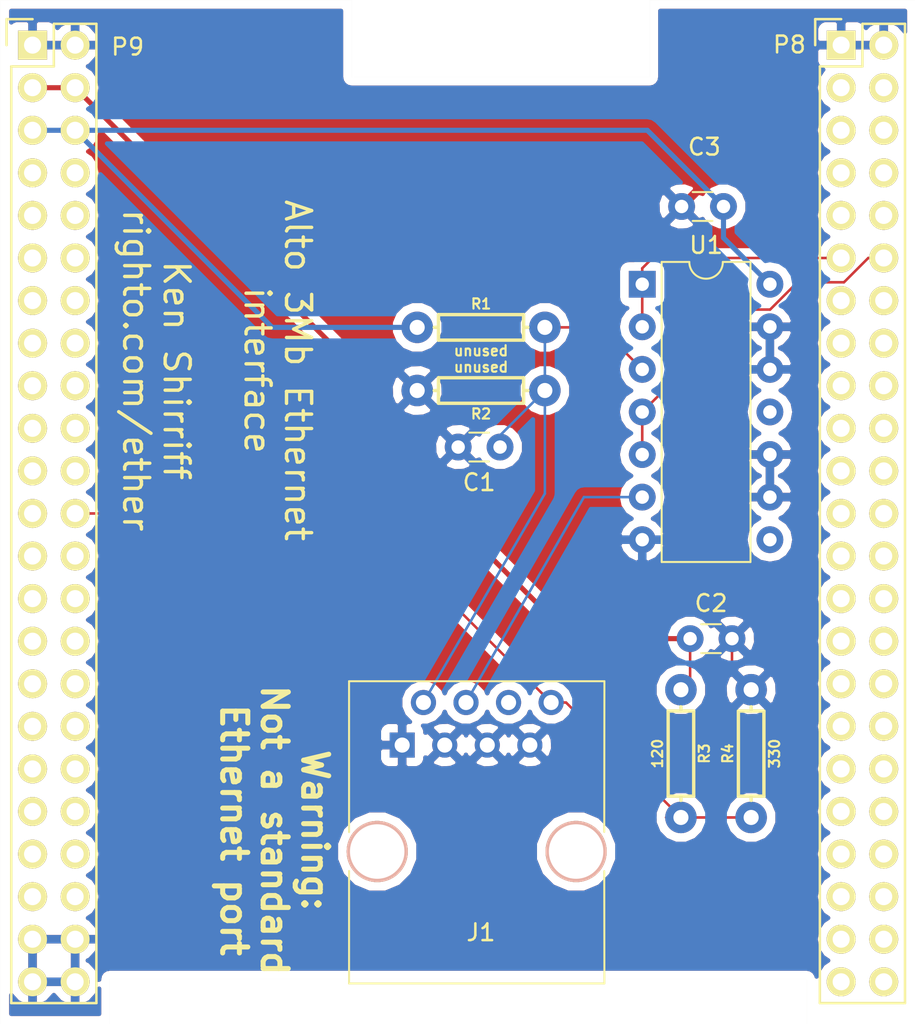
<source format=kicad_pcb>
(kicad_pcb (version 4) (host pcbnew 4.0.2-stable)

  (general
    (links 40)
    (no_connects 0)
    (area 106.380794 58.205 174.619407 120.904001)
    (thickness 1.6)
    (drawings 14)
    (tracks 51)
    (zones 0)
    (modules 11)
    (nets 89)
  )

  (page USLetter)
  (layers
    (0 F.Cu signal)
    (31 B.Cu signal hide)
    (34 B.Paste user hide)
    (35 F.Paste user hide)
    (36 B.SilkS user)
    (37 F.SilkS user)
    (38 B.Mask user)
    (39 F.Mask user)
    (40 Dwgs.User user hide)
    (41 Cmts.User user hide)
    (42 Eco1.User user hide)
    (43 Eco2.User user hide)
    (44 Edge.Cuts user hide)
    (45 Margin user hide)
  )

  (setup
    (last_trace_width 0.1524)
    (user_trace_width 0.3048)
    (trace_clearance 0.1524)
    (zone_clearance 0.508)
    (zone_45_only yes)
    (trace_min 0.1524)
    (segment_width 0.2)
    (edge_width 0.00254)
    (via_size 0.6858)
    (via_drill 0.3302)
    (via_min_size 0.6858)
    (via_min_drill 0.3302)
    (uvia_size 0.6858)
    (uvia_drill 0.3302)
    (uvias_allowed no)
    (uvia_min_size 0)
    (uvia_min_drill 0)
    (pcb_text_width 0.3)
    (pcb_text_size 1.5 1.5)
    (mod_edge_width 0.15)
    (mod_text_size 1 1)
    (mod_text_width 0.15)
    (pad_size 1.7272 1.7272)
    (pad_drill 1.016)
    (pad_to_mask_clearance 0)
    (aux_axis_origin 0 0)
    (visible_elements 7FFFEFFF)
    (pcbplotparams
      (layerselection 0x010f0_80000001)
      (usegerberextensions false)
      (excludeedgelayer true)
      (linewidth 0.100000)
      (plotframeref false)
      (viasonmask false)
      (mode 1)
      (useauxorigin false)
      (hpglpennumber 1)
      (hpglpenspeed 20)
      (hpglpendiameter 15)
      (hpglpenoverlay 2)
      (psnegative false)
      (psa4output false)
      (plotreference true)
      (plotvalue true)
      (plotinvisibletext false)
      (padsonsilk false)
      (subtractmaskfromsilk false)
      (outputformat 1)
      (mirror false)
      (drillshape 0)
      (scaleselection 1)
      (outputdirectory ""))
  )

  (net 0 "")
  (net 1 "Net-(P8-Pad3)")
  (net 2 "Net-(P8-Pad4)")
  (net 3 "Net-(P8-Pad5)")
  (net 4 "Net-(P8-Pad6)")
  (net 5 "Net-(P8-Pad7)")
  (net 6 "Net-(P8-Pad8)")
  (net 7 "Net-(P8-Pad9)")
  (net 8 "Net-(P8-Pad10)")
  (net 9 "Net-(P8-Pad13)")
  (net 10 "Net-(P8-Pad14)")
  (net 11 "Net-(P8-Pad15)")
  (net 12 "Net-(P8-Pad16)")
  (net 13 "Net-(P8-Pad17)")
  (net 14 "Net-(P8-Pad18)")
  (net 15 "Net-(P8-Pad19)")
  (net 16 "Net-(P8-Pad20)")
  (net 17 "Net-(P8-Pad21)")
  (net 18 "Net-(P8-Pad22)")
  (net 19 "Net-(P8-Pad23)")
  (net 20 "Net-(P8-Pad24)")
  (net 21 "Net-(P8-Pad25)")
  (net 22 "Net-(P8-Pad26)")
  (net 23 "Net-(P8-Pad27)")
  (net 24 "Net-(P8-Pad28)")
  (net 25 "Net-(P8-Pad29)")
  (net 26 "Net-(P8-Pad30)")
  (net 27 "Net-(P8-Pad31)")
  (net 28 "Net-(P8-Pad32)")
  (net 29 "Net-(P8-Pad33)")
  (net 30 "Net-(P8-Pad34)")
  (net 31 "Net-(P8-Pad35)")
  (net 32 "Net-(P8-Pad36)")
  (net 33 "Net-(P8-Pad37)")
  (net 34 "Net-(P8-Pad38)")
  (net 35 "Net-(P8-Pad39)")
  (net 36 "Net-(P8-Pad40)")
  (net 37 "Net-(P8-Pad41)")
  (net 38 "Net-(P8-Pad42)")
  (net 39 "Net-(P8-Pad43)")
  (net 40 "Net-(P8-Pad44)")
  (net 41 "Net-(P8-Pad45)")
  (net 42 "Net-(P8-Pad46)")
  (net 43 "Net-(P9-Pad11)")
  (net 44 "Net-(P9-Pad12)")
  (net 45 "Net-(P9-Pad13)")
  (net 46 "Net-(P9-Pad14)")
  (net 47 "Net-(P9-Pad15)")
  (net 48 "Net-(P9-Pad16)")
  (net 49 "Net-(P9-Pad17)")
  (net 50 "Net-(P9-Pad18)")
  (net 51 "Net-(P9-Pad19)")
  (net 52 "Net-(P9-Pad20)")
  (net 53 "Net-(P9-Pad21)")
  (net 54 "Net-(P9-Pad22)")
  (net 55 "Net-(P9-Pad23)")
  (net 56 "Net-(P9-Pad25)")
  (net 57 "Net-(P9-Pad26)")
  (net 58 "Net-(P9-Pad27)")
  (net 59 "Net-(P9-Pad28)")
  (net 60 "Net-(P9-Pad29)")
  (net 61 "Net-(P9-Pad30)")
  (net 62 "Net-(P9-Pad31)")
  (net 63 "Net-(P9-Pad33)")
  (net 64 "Net-(P9-Pad35)")
  (net 65 "Net-(P9-Pad36)")
  (net 66 "Net-(P9-Pad37)")
  (net 67 "Net-(P9-Pad38)")
  (net 68 "Net-(P9-Pad39)")
  (net 69 "Net-(P9-Pad40)")
  (net 70 "Net-(P9-Pad41)")
  (net 71 "Net-(P9-Pad42)")
  (net 72 +3V3)
  (net 73 +5V)
  (net 74 /TO_ALTO)
  (net 75 GND)
  (net 76 /COLLISION)
  (net 77 "Net-(J1-Pad6)")
  (net 78 /FROM_ALTO)
  (net 79 /P8_11)
  (net 80 /P8_12)
  (net 81 "Net-(P9-Pad7)")
  (net 82 "Net-(P9-Pad8)")
  (net 83 "Net-(P9-Pad9)")
  (net 84 "Net-(P9-Pad10)")
  (net 85 "Net-(P9-Pad32)")
  (net 86 "Net-(P9-Pad34)")
  (net 87 "Net-(U1-Pad8)")
  (net 88 "Net-(U1-Pad11)")

  (net_class Default "To jest domyślna klasa połączeń."
    (clearance 0.1524)
    (trace_width 0.1524)
    (via_dia 0.6858)
    (via_drill 0.3302)
    (uvia_dia 0.6858)
    (uvia_drill 0.3302)
    (add_net +3V3)
    (add_net +5V)
    (add_net /COLLISION)
    (add_net /FROM_ALTO)
    (add_net /P8_11)
    (add_net /P8_12)
    (add_net /TO_ALTO)
    (add_net GND)
    (add_net "Net-(J1-Pad6)")
    (add_net "Net-(P8-Pad10)")
    (add_net "Net-(P8-Pad13)")
    (add_net "Net-(P8-Pad14)")
    (add_net "Net-(P8-Pad15)")
    (add_net "Net-(P8-Pad16)")
    (add_net "Net-(P8-Pad17)")
    (add_net "Net-(P8-Pad18)")
    (add_net "Net-(P8-Pad19)")
    (add_net "Net-(P8-Pad20)")
    (add_net "Net-(P8-Pad21)")
    (add_net "Net-(P8-Pad22)")
    (add_net "Net-(P8-Pad23)")
    (add_net "Net-(P8-Pad24)")
    (add_net "Net-(P8-Pad25)")
    (add_net "Net-(P8-Pad26)")
    (add_net "Net-(P8-Pad27)")
    (add_net "Net-(P8-Pad28)")
    (add_net "Net-(P8-Pad29)")
    (add_net "Net-(P8-Pad3)")
    (add_net "Net-(P8-Pad30)")
    (add_net "Net-(P8-Pad31)")
    (add_net "Net-(P8-Pad32)")
    (add_net "Net-(P8-Pad33)")
    (add_net "Net-(P8-Pad34)")
    (add_net "Net-(P8-Pad35)")
    (add_net "Net-(P8-Pad36)")
    (add_net "Net-(P8-Pad37)")
    (add_net "Net-(P8-Pad38)")
    (add_net "Net-(P8-Pad39)")
    (add_net "Net-(P8-Pad4)")
    (add_net "Net-(P8-Pad40)")
    (add_net "Net-(P8-Pad41)")
    (add_net "Net-(P8-Pad42)")
    (add_net "Net-(P8-Pad43)")
    (add_net "Net-(P8-Pad44)")
    (add_net "Net-(P8-Pad45)")
    (add_net "Net-(P8-Pad46)")
    (add_net "Net-(P8-Pad5)")
    (add_net "Net-(P8-Pad6)")
    (add_net "Net-(P8-Pad7)")
    (add_net "Net-(P8-Pad8)")
    (add_net "Net-(P8-Pad9)")
    (add_net "Net-(P9-Pad10)")
    (add_net "Net-(P9-Pad11)")
    (add_net "Net-(P9-Pad12)")
    (add_net "Net-(P9-Pad13)")
    (add_net "Net-(P9-Pad14)")
    (add_net "Net-(P9-Pad15)")
    (add_net "Net-(P9-Pad16)")
    (add_net "Net-(P9-Pad17)")
    (add_net "Net-(P9-Pad18)")
    (add_net "Net-(P9-Pad19)")
    (add_net "Net-(P9-Pad20)")
    (add_net "Net-(P9-Pad21)")
    (add_net "Net-(P9-Pad22)")
    (add_net "Net-(P9-Pad23)")
    (add_net "Net-(P9-Pad25)")
    (add_net "Net-(P9-Pad26)")
    (add_net "Net-(P9-Pad27)")
    (add_net "Net-(P9-Pad28)")
    (add_net "Net-(P9-Pad29)")
    (add_net "Net-(P9-Pad30)")
    (add_net "Net-(P9-Pad31)")
    (add_net "Net-(P9-Pad32)")
    (add_net "Net-(P9-Pad33)")
    (add_net "Net-(P9-Pad34)")
    (add_net "Net-(P9-Pad35)")
    (add_net "Net-(P9-Pad36)")
    (add_net "Net-(P9-Pad37)")
    (add_net "Net-(P9-Pad38)")
    (add_net "Net-(P9-Pad39)")
    (add_net "Net-(P9-Pad40)")
    (add_net "Net-(P9-Pad41)")
    (add_net "Net-(P9-Pad42)")
    (add_net "Net-(P9-Pad7)")
    (add_net "Net-(P9-Pad8)")
    (add_net "Net-(P9-Pad9)")
    (add_net "Net-(U1-Pad11)")
    (add_net "Net-(U1-Pad8)")
  )

  (net_class Power ""
    (clearance 0.1524)
    (trace_width 0.3048)
    (via_dia 0.6858)
    (via_drill 0.3302)
    (uvia_dia 0.6858)
    (uvia_drill 0.3302)
  )

  (module Socket_BeagleBone_Black:Socket_BeagleBone_Black (layer F.Cu) (tedit 5A39FE3B) (tstamp 55DF7748)
    (at 116.3701 62.3824)
    (descr "Through hole pin header")
    (tags "pin header")
    (path /55DF7DBA)
    (fp_text reference P9 (at 5.6769 0.1016) (layer F.SilkS)
      (effects (font (size 1 1) (thickness 0.15)))
    )
    (fp_text value BeagleBone_Black_Header (at 0 -3.1) (layer F.Fab)
      (effects (font (size 1 1) (thickness 0.15)))
    )
    (fp_line (start -1.75 -1.75) (end -1.75 57.65) (layer F.CrtYd) (width 0.05))
    (fp_line (start 4.3 -1.75) (end 4.3 57.65) (layer F.CrtYd) (width 0.05))
    (fp_line (start -1.75 -1.75) (end 4.3 -1.75) (layer F.CrtYd) (width 0.05))
    (fp_line (start -1.75 57.65) (end 4.3 57.65) (layer F.CrtYd) (width 0.05))
    (fp_line (start 3.81 57.15) (end 3.81 -1.27) (layer F.SilkS) (width 0.15))
    (fp_line (start -1.27 57.15) (end -1.27 1.27) (layer F.SilkS) (width 0.15))
    (fp_line (start 3.81 57.15) (end -1.27 57.15) (layer F.SilkS) (width 0.15))
    (fp_line (start 3.81 -1.27) (end 1.27 -1.27) (layer F.SilkS) (width 0.15))
    (fp_line (start 0 -1.55) (end -1.55 -1.55) (layer F.SilkS) (width 0.15))
    (fp_line (start 1.27 -1.27) (end 1.27 1.27) (layer F.SilkS) (width 0.15))
    (fp_line (start 1.27 1.27) (end -1.27 1.27) (layer F.SilkS) (width 0.15))
    (fp_line (start -1.55 -1.55) (end -1.55 0) (layer F.SilkS) (width 0.15))
    (pad 1 thru_hole rect (at 0 0) (size 1.7272 1.7272) (drill 1.016) (layers *.Cu *.Mask F.SilkS)
      (net 75 GND))
    (pad 2 thru_hole oval (at 2.54 0) (size 1.7272 1.7272) (drill 1.016) (layers *.Cu *.Mask F.SilkS)
      (net 75 GND))
    (pad 3 thru_hole oval (at 0 2.54) (size 1.7272 1.7272) (drill 1.016) (layers *.Cu *.Mask F.SilkS)
      (net 72 +3V3))
    (pad 4 thru_hole oval (at 2.54 2.54) (size 1.7272 1.7272) (drill 1.016) (layers *.Cu *.Mask F.SilkS)
      (net 72 +3V3))
    (pad 5 thru_hole oval (at 0 5.08) (size 1.7272 1.7272) (drill 1.016) (layers *.Cu *.Mask F.SilkS)
      (net 73 +5V))
    (pad 6 thru_hole oval (at 2.54 5.08) (size 1.7272 1.7272) (drill 1.016) (layers *.Cu *.Mask F.SilkS)
      (net 73 +5V))
    (pad 7 thru_hole oval (at 0 7.62) (size 1.7272 1.7272) (drill 1.016) (layers *.Cu *.Mask F.SilkS)
      (net 81 "Net-(P9-Pad7)"))
    (pad 8 thru_hole oval (at 2.54 7.62) (size 1.7272 1.7272) (drill 1.016) (layers *.Cu *.Mask F.SilkS)
      (net 82 "Net-(P9-Pad8)"))
    (pad 9 thru_hole oval (at 0 10.16) (size 1.7272 1.7272) (drill 1.016) (layers *.Cu *.Mask F.SilkS)
      (net 83 "Net-(P9-Pad9)"))
    (pad 10 thru_hole oval (at 2.54 10.16) (size 1.7272 1.7272) (drill 1.016) (layers *.Cu *.Mask F.SilkS)
      (net 84 "Net-(P9-Pad10)"))
    (pad 11 thru_hole oval (at 0 12.7) (size 1.7272 1.7272) (drill 1.016) (layers *.Cu *.Mask F.SilkS)
      (net 43 "Net-(P9-Pad11)"))
    (pad 12 thru_hole oval (at 2.54 12.7) (size 1.7272 1.7272) (drill 1.016) (layers *.Cu *.Mask F.SilkS)
      (net 44 "Net-(P9-Pad12)"))
    (pad 13 thru_hole oval (at 0 15.24) (size 1.7272 1.7272) (drill 1.016) (layers *.Cu *.Mask F.SilkS)
      (net 45 "Net-(P9-Pad13)"))
    (pad 14 thru_hole oval (at 2.54 15.24) (size 1.7272 1.7272) (drill 1.016) (layers *.Cu *.Mask F.SilkS)
      (net 46 "Net-(P9-Pad14)"))
    (pad 15 thru_hole oval (at 0 17.78) (size 1.7272 1.7272) (drill 1.016) (layers *.Cu *.Mask F.SilkS)
      (net 47 "Net-(P9-Pad15)"))
    (pad 16 thru_hole oval (at 2.54 17.78) (size 1.7272 1.7272) (drill 1.016) (layers *.Cu *.Mask F.SilkS)
      (net 48 "Net-(P9-Pad16)"))
    (pad 17 thru_hole oval (at 0 20.32) (size 1.7272 1.7272) (drill 1.016) (layers *.Cu *.Mask F.SilkS)
      (net 49 "Net-(P9-Pad17)"))
    (pad 18 thru_hole oval (at 2.54 20.32) (size 1.7272 1.7272) (drill 1.016) (layers *.Cu *.Mask F.SilkS)
      (net 50 "Net-(P9-Pad18)"))
    (pad 19 thru_hole oval (at 0 22.86) (size 1.7272 1.7272) (drill 1.016) (layers *.Cu *.Mask F.SilkS)
      (net 51 "Net-(P9-Pad19)"))
    (pad 20 thru_hole oval (at 2.54 22.86) (size 1.7272 1.7272) (drill 1.016) (layers *.Cu *.Mask F.SilkS)
      (net 52 "Net-(P9-Pad20)"))
    (pad 21 thru_hole oval (at 0 25.4) (size 1.7272 1.7272) (drill 1.016) (layers *.Cu *.Mask F.SilkS)
      (net 53 "Net-(P9-Pad21)"))
    (pad 22 thru_hole oval (at 2.54 25.4) (size 1.7272 1.7272) (drill 1.016) (layers *.Cu *.Mask F.SilkS)
      (net 54 "Net-(P9-Pad22)"))
    (pad 23 thru_hole oval (at 0 27.94) (size 1.7272 1.7272) (drill 1.016) (layers *.Cu *.Mask F.SilkS)
      (net 55 "Net-(P9-Pad23)"))
    (pad 24 thru_hole oval (at 2.54 27.94) (size 1.7272 1.7272) (drill 1.016) (layers *.Cu *.Mask F.SilkS)
      (net 78 /FROM_ALTO))
    (pad 25 thru_hole oval (at 0 30.48) (size 1.7272 1.7272) (drill 1.016) (layers *.Cu *.Mask F.SilkS)
      (net 56 "Net-(P9-Pad25)"))
    (pad 26 thru_hole oval (at 2.54 30.48) (size 1.7272 1.7272) (drill 1.016) (layers *.Cu *.Mask F.SilkS)
      (net 57 "Net-(P9-Pad26)"))
    (pad 27 thru_hole oval (at 0 33.02) (size 1.7272 1.7272) (drill 1.016) (layers *.Cu *.Mask F.SilkS)
      (net 58 "Net-(P9-Pad27)"))
    (pad 28 thru_hole oval (at 2.54 33.02) (size 1.7272 1.7272) (drill 1.016) (layers *.Cu *.Mask F.SilkS)
      (net 59 "Net-(P9-Pad28)"))
    (pad 29 thru_hole oval (at 0 35.56) (size 1.7272 1.7272) (drill 1.016) (layers *.Cu *.Mask F.SilkS)
      (net 60 "Net-(P9-Pad29)"))
    (pad 30 thru_hole oval (at 2.54 35.56) (size 1.7272 1.7272) (drill 1.016) (layers *.Cu *.Mask F.SilkS)
      (net 61 "Net-(P9-Pad30)"))
    (pad 31 thru_hole oval (at 0 38.1) (size 1.7272 1.7272) (drill 1.016) (layers *.Cu *.Mask F.SilkS)
      (net 62 "Net-(P9-Pad31)"))
    (pad 32 thru_hole oval (at 2.54 38.1) (size 1.7272 1.7272) (drill 1.016) (layers *.Cu *.Mask F.SilkS)
      (net 85 "Net-(P9-Pad32)"))
    (pad 33 thru_hole oval (at 0 40.64) (size 1.7272 1.7272) (drill 1.016) (layers *.Cu *.Mask F.SilkS)
      (net 63 "Net-(P9-Pad33)"))
    (pad 34 thru_hole oval (at 2.54 40.64) (size 1.7272 1.7272) (drill 1.016) (layers *.Cu *.Mask F.SilkS)
      (net 86 "Net-(P9-Pad34)"))
    (pad 35 thru_hole oval (at 0 43.18) (size 1.7272 1.7272) (drill 1.016) (layers *.Cu *.Mask F.SilkS)
      (net 64 "Net-(P9-Pad35)"))
    (pad 36 thru_hole oval (at 2.54 43.18) (size 1.7272 1.7272) (drill 1.016) (layers *.Cu *.Mask F.SilkS)
      (net 65 "Net-(P9-Pad36)"))
    (pad 37 thru_hole oval (at 0 45.72) (size 1.7272 1.7272) (drill 1.016) (layers *.Cu *.Mask F.SilkS)
      (net 66 "Net-(P9-Pad37)"))
    (pad 38 thru_hole oval (at 2.54 45.72) (size 1.7272 1.7272) (drill 1.016) (layers *.Cu *.Mask F.SilkS)
      (net 67 "Net-(P9-Pad38)"))
    (pad 39 thru_hole oval (at 0 48.26) (size 1.7272 1.7272) (drill 1.016) (layers *.Cu *.Mask F.SilkS)
      (net 68 "Net-(P9-Pad39)"))
    (pad 40 thru_hole oval (at 2.54 48.26) (size 1.7272 1.7272) (drill 1.016) (layers *.Cu *.Mask F.SilkS)
      (net 69 "Net-(P9-Pad40)"))
    (pad 41 thru_hole oval (at 0 50.8) (size 1.7272 1.7272) (drill 1.016) (layers *.Cu *.Mask F.SilkS)
      (net 70 "Net-(P9-Pad41)"))
    (pad 42 thru_hole oval (at 2.54 50.8) (size 1.7272 1.7272) (drill 1.016) (layers *.Cu *.Mask F.SilkS)
      (net 71 "Net-(P9-Pad42)"))
    (pad 43 thru_hole oval (at 0 53.34) (size 1.7272 1.7272) (drill 1.016) (layers *.Cu *.Mask F.SilkS)
      (net 75 GND))
    (pad 44 thru_hole oval (at 2.54 53.34) (size 1.7272 1.7272) (drill 1.016) (layers *.Cu *.Mask F.SilkS)
      (net 75 GND))
    (pad 45 thru_hole oval (at 0 55.88) (size 1.7272 1.7272) (drill 1.016) (layers *.Cu *.Mask F.SilkS)
      (net 75 GND))
    (pad 46 thru_hole oval (at 2.54 55.88) (size 1.7272 1.7272) (drill 1.016) (layers *.Cu *.Mask F.SilkS)
      (net 75 GND))
    (model ${KIPRJMOD}/Socket_BeagleBone_Black.3dshapes/Socket_BeagleBone_Black.wrl
      (at (xyz 0.05 -1.1 0))
      (scale (xyz 1 1 1))
      (rotate (xyz 0 0 90))
    )
  )

  (module Socket_BeagleBone_Black:Socket_BeagleBone_Black (layer F.Cu) (tedit 5A39FE30) (tstamp 55DF7717)
    (at 164.6301 62.3824)
    (descr "Through hole pin header")
    (tags "pin header")
    (path /55DF7DE1)
    (fp_text reference P8 (at -3.0861 -0.0254) (layer F.SilkS)
      (effects (font (size 1 1) (thickness 0.15)))
    )
    (fp_text value BeagleBone_Black_Header (at 0 -3.1) (layer F.Fab)
      (effects (font (size 1 1) (thickness 0.15)))
    )
    (fp_line (start -1.75 -1.75) (end -1.75 57.65) (layer F.CrtYd) (width 0.05))
    (fp_line (start 4.3 -1.75) (end 4.3 57.65) (layer F.CrtYd) (width 0.05))
    (fp_line (start -1.75 -1.75) (end 4.3 -1.75) (layer F.CrtYd) (width 0.05))
    (fp_line (start -1.75 57.65) (end 4.3 57.65) (layer F.CrtYd) (width 0.05))
    (fp_line (start 3.81 57.15) (end 3.81 -1.27) (layer F.SilkS) (width 0.15))
    (fp_line (start -1.27 57.15) (end -1.27 1.27) (layer F.SilkS) (width 0.15))
    (fp_line (start 3.81 57.15) (end -1.27 57.15) (layer F.SilkS) (width 0.15))
    (fp_line (start 3.81 -1.27) (end 1.27 -1.27) (layer F.SilkS) (width 0.15))
    (fp_line (start 0 -1.55) (end -1.55 -1.55) (layer F.SilkS) (width 0.15))
    (fp_line (start 1.27 -1.27) (end 1.27 1.27) (layer F.SilkS) (width 0.15))
    (fp_line (start 1.27 1.27) (end -1.27 1.27) (layer F.SilkS) (width 0.15))
    (fp_line (start -1.55 -1.55) (end -1.55 0) (layer F.SilkS) (width 0.15))
    (pad 1 thru_hole rect (at 0 0) (size 1.7272 1.7272) (drill 1.016) (layers *.Cu *.Mask F.SilkS)
      (net 75 GND))
    (pad 2 thru_hole oval (at 2.54 0) (size 1.7272 1.7272) (drill 1.016) (layers *.Cu *.Mask F.SilkS)
      (net 75 GND))
    (pad 3 thru_hole oval (at 0 2.54) (size 1.7272 1.7272) (drill 1.016) (layers *.Cu *.Mask F.SilkS)
      (net 1 "Net-(P8-Pad3)"))
    (pad 4 thru_hole oval (at 2.54 2.54) (size 1.7272 1.7272) (drill 1.016) (layers *.Cu *.Mask F.SilkS)
      (net 2 "Net-(P8-Pad4)"))
    (pad 5 thru_hole oval (at 0 5.08) (size 1.7272 1.7272) (drill 1.016) (layers *.Cu *.Mask F.SilkS)
      (net 3 "Net-(P8-Pad5)"))
    (pad 6 thru_hole oval (at 2.54 5.08) (size 1.7272 1.7272) (drill 1.016) (layers *.Cu *.Mask F.SilkS)
      (net 4 "Net-(P8-Pad6)"))
    (pad 7 thru_hole oval (at 0 7.62) (size 1.7272 1.7272) (drill 1.016) (layers *.Cu *.Mask F.SilkS)
      (net 5 "Net-(P8-Pad7)"))
    (pad 8 thru_hole oval (at 2.54 7.62) (size 1.7272 1.7272) (drill 1.016) (layers *.Cu *.Mask F.SilkS)
      (net 6 "Net-(P8-Pad8)"))
    (pad 9 thru_hole oval (at 0 10.16) (size 1.7272 1.7272) (drill 1.016) (layers *.Cu *.Mask F.SilkS)
      (net 7 "Net-(P8-Pad9)"))
    (pad 10 thru_hole oval (at 2.54 10.16) (size 1.7272 1.7272) (drill 1.016) (layers *.Cu *.Mask F.SilkS)
      (net 8 "Net-(P8-Pad10)"))
    (pad 11 thru_hole oval (at 0 12.7) (size 1.7272 1.7272) (drill 1.016) (layers *.Cu *.Mask F.SilkS)
      (net 79 /P8_11))
    (pad 12 thru_hole oval (at 2.54 12.7) (size 1.7272 1.7272) (drill 1.016) (layers *.Cu *.Mask F.SilkS)
      (net 80 /P8_12))
    (pad 13 thru_hole oval (at 0 15.24) (size 1.7272 1.7272) (drill 1.016) (layers *.Cu *.Mask F.SilkS)
      (net 9 "Net-(P8-Pad13)"))
    (pad 14 thru_hole oval (at 2.54 15.24) (size 1.7272 1.7272) (drill 1.016) (layers *.Cu *.Mask F.SilkS)
      (net 10 "Net-(P8-Pad14)"))
    (pad 15 thru_hole oval (at 0 17.78) (size 1.7272 1.7272) (drill 1.016) (layers *.Cu *.Mask F.SilkS)
      (net 11 "Net-(P8-Pad15)"))
    (pad 16 thru_hole oval (at 2.54 17.78) (size 1.7272 1.7272) (drill 1.016) (layers *.Cu *.Mask F.SilkS)
      (net 12 "Net-(P8-Pad16)"))
    (pad 17 thru_hole oval (at 0 20.32) (size 1.7272 1.7272) (drill 1.016) (layers *.Cu *.Mask F.SilkS)
      (net 13 "Net-(P8-Pad17)"))
    (pad 18 thru_hole oval (at 2.54 20.32) (size 1.7272 1.7272) (drill 1.016) (layers *.Cu *.Mask F.SilkS)
      (net 14 "Net-(P8-Pad18)"))
    (pad 19 thru_hole oval (at 0 22.86) (size 1.7272 1.7272) (drill 1.016) (layers *.Cu *.Mask F.SilkS)
      (net 15 "Net-(P8-Pad19)"))
    (pad 20 thru_hole oval (at 2.54 22.86) (size 1.7272 1.7272) (drill 1.016) (layers *.Cu *.Mask F.SilkS)
      (net 16 "Net-(P8-Pad20)"))
    (pad 21 thru_hole oval (at 0 25.4) (size 1.7272 1.7272) (drill 1.016) (layers *.Cu *.Mask F.SilkS)
      (net 17 "Net-(P8-Pad21)"))
    (pad 22 thru_hole oval (at 2.54 25.4) (size 1.7272 1.7272) (drill 1.016) (layers *.Cu *.Mask F.SilkS)
      (net 18 "Net-(P8-Pad22)"))
    (pad 23 thru_hole oval (at 0 27.94) (size 1.7272 1.7272) (drill 1.016) (layers *.Cu *.Mask F.SilkS)
      (net 19 "Net-(P8-Pad23)"))
    (pad 24 thru_hole oval (at 2.54 27.94) (size 1.7272 1.7272) (drill 1.016) (layers *.Cu *.Mask F.SilkS)
      (net 20 "Net-(P8-Pad24)"))
    (pad 25 thru_hole oval (at 0 30.48) (size 1.7272 1.7272) (drill 1.016) (layers *.Cu *.Mask F.SilkS)
      (net 21 "Net-(P8-Pad25)"))
    (pad 26 thru_hole oval (at 2.54 30.48) (size 1.7272 1.7272) (drill 1.016) (layers *.Cu *.Mask F.SilkS)
      (net 22 "Net-(P8-Pad26)"))
    (pad 27 thru_hole oval (at 0 33.02) (size 1.7272 1.7272) (drill 1.016) (layers *.Cu *.Mask F.SilkS)
      (net 23 "Net-(P8-Pad27)"))
    (pad 28 thru_hole oval (at 2.54 33.02) (size 1.7272 1.7272) (drill 1.016) (layers *.Cu *.Mask F.SilkS)
      (net 24 "Net-(P8-Pad28)"))
    (pad 29 thru_hole oval (at 0 35.56) (size 1.7272 1.7272) (drill 1.016) (layers *.Cu *.Mask F.SilkS)
      (net 25 "Net-(P8-Pad29)"))
    (pad 30 thru_hole oval (at 2.54 35.56) (size 1.7272 1.7272) (drill 1.016) (layers *.Cu *.Mask F.SilkS)
      (net 26 "Net-(P8-Pad30)"))
    (pad 31 thru_hole oval (at 0 38.1) (size 1.7272 1.7272) (drill 1.016) (layers *.Cu *.Mask F.SilkS)
      (net 27 "Net-(P8-Pad31)"))
    (pad 32 thru_hole oval (at 2.54 38.1) (size 1.7272 1.7272) (drill 1.016) (layers *.Cu *.Mask F.SilkS)
      (net 28 "Net-(P8-Pad32)"))
    (pad 33 thru_hole oval (at 0 40.64) (size 1.7272 1.7272) (drill 1.016) (layers *.Cu *.Mask F.SilkS)
      (net 29 "Net-(P8-Pad33)"))
    (pad 34 thru_hole oval (at 2.54 40.64) (size 1.7272 1.7272) (drill 1.016) (layers *.Cu *.Mask F.SilkS)
      (net 30 "Net-(P8-Pad34)"))
    (pad 35 thru_hole oval (at 0 43.18) (size 1.7272 1.7272) (drill 1.016) (layers *.Cu *.Mask F.SilkS)
      (net 31 "Net-(P8-Pad35)"))
    (pad 36 thru_hole oval (at 2.54 43.18) (size 1.7272 1.7272) (drill 1.016) (layers *.Cu *.Mask F.SilkS)
      (net 32 "Net-(P8-Pad36)"))
    (pad 37 thru_hole oval (at 0 45.72) (size 1.7272 1.7272) (drill 1.016) (layers *.Cu *.Mask F.SilkS)
      (net 33 "Net-(P8-Pad37)"))
    (pad 38 thru_hole oval (at 2.54 45.72) (size 1.7272 1.7272) (drill 1.016) (layers *.Cu *.Mask F.SilkS)
      (net 34 "Net-(P8-Pad38)"))
    (pad 39 thru_hole oval (at 0 48.26) (size 1.7272 1.7272) (drill 1.016) (layers *.Cu *.Mask F.SilkS)
      (net 35 "Net-(P8-Pad39)"))
    (pad 40 thru_hole oval (at 2.54 48.26) (size 1.7272 1.7272) (drill 1.016) (layers *.Cu *.Mask F.SilkS)
      (net 36 "Net-(P8-Pad40)"))
    (pad 41 thru_hole oval (at 0 50.8) (size 1.7272 1.7272) (drill 1.016) (layers *.Cu *.Mask F.SilkS)
      (net 37 "Net-(P8-Pad41)"))
    (pad 42 thru_hole oval (at 2.54 50.8) (size 1.7272 1.7272) (drill 1.016) (layers *.Cu *.Mask F.SilkS)
      (net 38 "Net-(P8-Pad42)"))
    (pad 43 thru_hole oval (at 0 53.34) (size 1.7272 1.7272) (drill 1.016) (layers *.Cu *.Mask F.SilkS)
      (net 39 "Net-(P8-Pad43)"))
    (pad 44 thru_hole oval (at 2.54 53.34) (size 1.7272 1.7272) (drill 1.016) (layers *.Cu *.Mask F.SilkS)
      (net 40 "Net-(P8-Pad44)"))
    (pad 45 thru_hole oval (at 0 55.88) (size 1.7272 1.7272) (drill 1.016) (layers *.Cu *.Mask F.SilkS)
      (net 41 "Net-(P8-Pad45)"))
    (pad 46 thru_hole oval (at 2.54 55.88) (size 1.7272 1.7272) (drill 1.016) (layers *.Cu *.Mask F.SilkS)
      (net 42 "Net-(P8-Pad46)"))
    (model ${KIPRJMOD}/Socket_BeagleBone_Black.3dshapes/Socket_BeagleBone_Black.wrl
      (at (xyz 0.05 -1.1 0))
      (scale (xyz 1 1 1))
      (rotate (xyz 0 0 90))
    )
  )

  (module Connect:RJ45_8 (layer F.Cu) (tedit 0) (tstamp 5A39C830)
    (at 138.43 104.14)
    (tags RJ45)
    (path /5A39B920)
    (fp_text reference J1 (at 4.7 11.18) (layer F.SilkS)
      (effects (font (size 1 1) (thickness 0.15)))
    )
    (fp_text value RJ45 (at 4.59 6.25) (layer F.Fab)
      (effects (font (size 1 1) (thickness 0.15)))
    )
    (fp_line (start -3.17 14.22) (end 12.07 14.22) (layer F.SilkS) (width 0.12))
    (fp_line (start 12.07 -3.81) (end 12.06 5.18) (layer F.SilkS) (width 0.12))
    (fp_line (start 12.07 -3.81) (end -3.17 -3.81) (layer F.SilkS) (width 0.12))
    (fp_line (start -3.17 -3.81) (end -3.17 5.19) (layer F.SilkS) (width 0.12))
    (fp_line (start 12.06 7.52) (end 12.07 14.22) (layer F.SilkS) (width 0.12))
    (fp_line (start -3.17 7.51) (end -3.17 14.22) (layer F.SilkS) (width 0.12))
    (fp_line (start -3.56 -4.06) (end 12.46 -4.06) (layer F.CrtYd) (width 0.05))
    (fp_line (start -3.56 -4.06) (end -3.56 14.47) (layer F.CrtYd) (width 0.05))
    (fp_line (start 12.46 14.47) (end 12.46 -4.06) (layer F.CrtYd) (width 0.05))
    (fp_line (start 12.46 14.47) (end -3.56 14.47) (layer F.CrtYd) (width 0.05))
    (pad Hole np_thru_hole circle (at 10.38 6.35) (size 3.65 3.65) (drill 3.25) (layers *.Cu *.SilkS *.Mask))
    (pad Hole np_thru_hole circle (at -1.49 6.35) (size 3.65 3.65) (drill 3.25) (layers *.Cu *.SilkS *.Mask))
    (pad 1 thru_hole rect (at 0 0) (size 1.5 1.5) (drill 0.9) (layers *.Cu *.Mask)
      (net 75 GND))
    (pad 2 thru_hole circle (at 1.27 -2.54) (size 1.5 1.5) (drill 0.9) (layers *.Cu *.Mask)
      (net 74 /TO_ALTO))
    (pad 3 thru_hole circle (at 2.54 0) (size 1.5 1.5) (drill 0.9) (layers *.Cu *.Mask)
      (net 75 GND))
    (pad 4 thru_hole circle (at 3.81 -2.54) (size 1.5 1.5) (drill 0.9) (layers *.Cu *.Mask)
      (net 76 /COLLISION))
    (pad 5 thru_hole circle (at 5.08 0) (size 1.5 1.5) (drill 0.9) (layers *.Cu *.Mask)
      (net 75 GND))
    (pad 6 thru_hole circle (at 6.35 -2.54) (size 1.5 1.5) (drill 0.9) (layers *.Cu *.Mask)
      (net 77 "Net-(J1-Pad6)"))
    (pad 7 thru_hole circle (at 7.62 0) (size 1.5 1.5) (drill 0.9) (layers *.Cu *.Mask)
      (net 75 GND))
    (pad 8 thru_hole circle (at 8.89 -2.54) (size 1.5 1.5) (drill 0.9) (layers *.Cu *.Mask)
      (net 78 /FROM_ALTO))
    (model ${KISYS3DMOD}/Connectors.3dshapes/RJ45_8.wrl
      (at (xyz 0.18 -0.25 0))
      (scale (xyz 0.4 0.4 0.4))
      (rotate (xyz 0 0 0))
    )
  )

  (module SparkFun:AXIAL-0.3 (layer F.Cu) (tedit 200000) (tstamp 5A39C836)
    (at 143.13662 79.22006)
    (descr AXIAL-0.3)
    (tags AXIAL-0.3)
    (path /5A39BDC7)
    (attr virtual)
    (fp_text reference R1 (at 0 -1.397) (layer F.SilkS)
      (effects (font (size 0.6096 0.6096) (thickness 0.127)))
    )
    (fp_text value unused (at 0 1.397) (layer F.SilkS)
      (effects (font (size 0.6096 0.6096) (thickness 0.127)))
    )
    (fp_line (start -2.54 -0.762) (end 2.54 -0.762) (layer F.SilkS) (width 0.2032))
    (fp_line (start 2.54 -0.762) (end 2.54 0) (layer F.SilkS) (width 0.2032))
    (fp_line (start 2.54 0) (end 2.54 0.762) (layer F.SilkS) (width 0.2032))
    (fp_line (start 2.54 0.762) (end -2.54 0.762) (layer F.SilkS) (width 0.2032))
    (fp_line (start -2.54 0.762) (end -2.54 0) (layer F.SilkS) (width 0.2032))
    (fp_line (start -2.54 0) (end -2.54 -0.762) (layer F.SilkS) (width 0.2032))
    (fp_line (start 2.54 0) (end 2.794 0) (layer F.SilkS) (width 0.2032))
    (fp_line (start -2.54 0) (end -2.794 0) (layer F.SilkS) (width 0.2032))
    (pad P$1 thru_hole circle (at -3.81 0) (size 1.8796 1.8796) (drill 0.89916) (layers *.Cu *.Mask)
      (net 73 +5V) (solder_mask_margin 0.1016))
    (pad P$2 thru_hole circle (at 3.81 0) (size 1.8796 1.8796) (drill 0.89916) (layers *.Cu *.Mask)
      (net 74 /TO_ALTO) (solder_mask_margin 0.1016))
  )

  (module SparkFun:AXIAL-0.3 (layer F.Cu) (tedit 200000) (tstamp 5A39C83C)
    (at 143.13662 82.98688 180)
    (descr AXIAL-0.3)
    (tags AXIAL-0.3)
    (path /5A39BE31)
    (attr virtual)
    (fp_text reference R2 (at 0 -1.397 180) (layer F.SilkS)
      (effects (font (size 0.6096 0.6096) (thickness 0.127)))
    )
    (fp_text value unused (at 0 1.397 180) (layer F.SilkS)
      (effects (font (size 0.6096 0.6096) (thickness 0.127)))
    )
    (fp_line (start -2.54 -0.762) (end 2.54 -0.762) (layer F.SilkS) (width 0.2032))
    (fp_line (start 2.54 -0.762) (end 2.54 0) (layer F.SilkS) (width 0.2032))
    (fp_line (start 2.54 0) (end 2.54 0.762) (layer F.SilkS) (width 0.2032))
    (fp_line (start 2.54 0.762) (end -2.54 0.762) (layer F.SilkS) (width 0.2032))
    (fp_line (start -2.54 0.762) (end -2.54 0) (layer F.SilkS) (width 0.2032))
    (fp_line (start -2.54 0) (end -2.54 -0.762) (layer F.SilkS) (width 0.2032))
    (fp_line (start 2.54 0) (end 2.794 0) (layer F.SilkS) (width 0.2032))
    (fp_line (start -2.54 0) (end -2.794 0) (layer F.SilkS) (width 0.2032))
    (pad P$1 thru_hole circle (at -3.81 0 180) (size 1.8796 1.8796) (drill 0.89916) (layers *.Cu *.Mask)
      (net 74 /TO_ALTO) (solder_mask_margin 0.1016))
    (pad P$2 thru_hole circle (at 3.81 0 180) (size 1.8796 1.8796) (drill 0.89916) (layers *.Cu *.Mask)
      (net 75 GND) (solder_mask_margin 0.1016))
  )

  (module SparkFun:AXIAL-0.3 (layer F.Cu) (tedit 200000) (tstamp 5A39C842)
    (at 155.067 104.648 270)
    (descr AXIAL-0.3)
    (tags AXIAL-0.3)
    (path /5A39BFCF)
    (attr virtual)
    (fp_text reference R3 (at 0 -1.397 270) (layer F.SilkS)
      (effects (font (size 0.6096 0.6096) (thickness 0.127)))
    )
    (fp_text value 120 (at 0 1.397 270) (layer F.SilkS)
      (effects (font (size 0.6096 0.6096) (thickness 0.127)))
    )
    (fp_line (start -2.54 -0.762) (end 2.54 -0.762) (layer F.SilkS) (width 0.2032))
    (fp_line (start 2.54 -0.762) (end 2.54 0) (layer F.SilkS) (width 0.2032))
    (fp_line (start 2.54 0) (end 2.54 0.762) (layer F.SilkS) (width 0.2032))
    (fp_line (start 2.54 0.762) (end -2.54 0.762) (layer F.SilkS) (width 0.2032))
    (fp_line (start -2.54 0.762) (end -2.54 0) (layer F.SilkS) (width 0.2032))
    (fp_line (start -2.54 0) (end -2.54 -0.762) (layer F.SilkS) (width 0.2032))
    (fp_line (start 2.54 0) (end 2.794 0) (layer F.SilkS) (width 0.2032))
    (fp_line (start -2.54 0) (end -2.794 0) (layer F.SilkS) (width 0.2032))
    (pad P$1 thru_hole circle (at -3.81 0 270) (size 1.8796 1.8796) (drill 0.89916) (layers *.Cu *.Mask)
      (net 72 +3V3) (solder_mask_margin 0.1016))
    (pad P$2 thru_hole circle (at 3.81 0 270) (size 1.8796 1.8796) (drill 0.89916) (layers *.Cu *.Mask)
      (net 78 /FROM_ALTO) (solder_mask_margin 0.1016))
  )

  (module SparkFun:AXIAL-0.3 (layer F.Cu) (tedit 200000) (tstamp 5A39C848)
    (at 159.258 104.648 90)
    (descr AXIAL-0.3)
    (tags AXIAL-0.3)
    (path /5A39C01A)
    (attr virtual)
    (fp_text reference R4 (at 0 -1.397 90) (layer F.SilkS)
      (effects (font (size 0.6096 0.6096) (thickness 0.127)))
    )
    (fp_text value 330 (at 0 1.397 90) (layer F.SilkS)
      (effects (font (size 0.6096 0.6096) (thickness 0.127)))
    )
    (fp_line (start -2.54 -0.762) (end 2.54 -0.762) (layer F.SilkS) (width 0.2032))
    (fp_line (start 2.54 -0.762) (end 2.54 0) (layer F.SilkS) (width 0.2032))
    (fp_line (start 2.54 0) (end 2.54 0.762) (layer F.SilkS) (width 0.2032))
    (fp_line (start 2.54 0.762) (end -2.54 0.762) (layer F.SilkS) (width 0.2032))
    (fp_line (start -2.54 0.762) (end -2.54 0) (layer F.SilkS) (width 0.2032))
    (fp_line (start -2.54 0) (end -2.54 -0.762) (layer F.SilkS) (width 0.2032))
    (fp_line (start 2.54 0) (end 2.794 0) (layer F.SilkS) (width 0.2032))
    (fp_line (start -2.54 0) (end -2.794 0) (layer F.SilkS) (width 0.2032))
    (pad P$1 thru_hole circle (at -3.81 0 90) (size 1.8796 1.8796) (drill 0.89916) (layers *.Cu *.Mask)
      (net 78 /FROM_ALTO) (solder_mask_margin 0.1016))
    (pad P$2 thru_hole circle (at 3.81 0 90) (size 1.8796 1.8796) (drill 0.89916) (layers *.Cu *.Mask)
      (net 75 GND) (solder_mask_margin 0.1016))
  )

  (module Housings_DIP:DIP-14_W7.62mm (layer F.Cu) (tedit 59C78D6B) (tstamp 5A39C85A)
    (at 152.75814 76.64704)
    (descr "14-lead though-hole mounted DIP package, row spacing 7.62 mm (300 mils)")
    (tags "THT DIP DIL PDIP 2.54mm 7.62mm 300mil")
    (path /5A39B3A4)
    (fp_text reference U1 (at 3.81 -2.33) (layer F.SilkS)
      (effects (font (size 1 1) (thickness 0.15)))
    )
    (fp_text value 7438 (at 3.81 17.57) (layer F.Fab)
      (effects (font (size 1 1) (thickness 0.15)))
    )
    (fp_arc (start 3.81 -1.33) (end 2.81 -1.33) (angle -180) (layer F.SilkS) (width 0.12))
    (fp_line (start 1.635 -1.27) (end 6.985 -1.27) (layer F.Fab) (width 0.1))
    (fp_line (start 6.985 -1.27) (end 6.985 16.51) (layer F.Fab) (width 0.1))
    (fp_line (start 6.985 16.51) (end 0.635 16.51) (layer F.Fab) (width 0.1))
    (fp_line (start 0.635 16.51) (end 0.635 -0.27) (layer F.Fab) (width 0.1))
    (fp_line (start 0.635 -0.27) (end 1.635 -1.27) (layer F.Fab) (width 0.1))
    (fp_line (start 2.81 -1.33) (end 1.16 -1.33) (layer F.SilkS) (width 0.12))
    (fp_line (start 1.16 -1.33) (end 1.16 16.57) (layer F.SilkS) (width 0.12))
    (fp_line (start 1.16 16.57) (end 6.46 16.57) (layer F.SilkS) (width 0.12))
    (fp_line (start 6.46 16.57) (end 6.46 -1.33) (layer F.SilkS) (width 0.12))
    (fp_line (start 6.46 -1.33) (end 4.81 -1.33) (layer F.SilkS) (width 0.12))
    (fp_line (start -1.1 -1.55) (end -1.1 16.8) (layer F.CrtYd) (width 0.05))
    (fp_line (start -1.1 16.8) (end 8.7 16.8) (layer F.CrtYd) (width 0.05))
    (fp_line (start 8.7 16.8) (end 8.7 -1.55) (layer F.CrtYd) (width 0.05))
    (fp_line (start 8.7 -1.55) (end -1.1 -1.55) (layer F.CrtYd) (width 0.05))
    (fp_text user %R (at 3.81 7.62) (layer F.Fab)
      (effects (font (size 1 1) (thickness 0.15)))
    )
    (pad 1 thru_hole rect (at 0 0) (size 1.6 1.6) (drill 0.8) (layers *.Cu *.Mask)
      (net 79 /P8_11))
    (pad 8 thru_hole oval (at 7.62 15.24) (size 1.6 1.6) (drill 0.8) (layers *.Cu *.Mask)
      (net 87 "Net-(U1-Pad8)"))
    (pad 2 thru_hole oval (at 0 2.54) (size 1.6 1.6) (drill 0.8) (layers *.Cu *.Mask)
      (net 79 /P8_11))
    (pad 9 thru_hole oval (at 7.62 12.7) (size 1.6 1.6) (drill 0.8) (layers *.Cu *.Mask)
      (net 75 GND))
    (pad 3 thru_hole oval (at 0 5.08) (size 1.6 1.6) (drill 0.8) (layers *.Cu *.Mask)
      (net 74 /TO_ALTO))
    (pad 10 thru_hole oval (at 7.62 10.16) (size 1.6 1.6) (drill 0.8) (layers *.Cu *.Mask)
      (net 75 GND))
    (pad 4 thru_hole oval (at 0 7.62) (size 1.6 1.6) (drill 0.8) (layers *.Cu *.Mask)
      (net 80 /P8_12))
    (pad 11 thru_hole oval (at 7.62 7.62) (size 1.6 1.6) (drill 0.8) (layers *.Cu *.Mask)
      (net 88 "Net-(U1-Pad11)"))
    (pad 5 thru_hole oval (at 0 10.16) (size 1.6 1.6) (drill 0.8) (layers *.Cu *.Mask)
      (net 80 /P8_12))
    (pad 12 thru_hole oval (at 7.62 5.08) (size 1.6 1.6) (drill 0.8) (layers *.Cu *.Mask)
      (net 75 GND))
    (pad 6 thru_hole oval (at 0 12.7) (size 1.6 1.6) (drill 0.8) (layers *.Cu *.Mask)
      (net 76 /COLLISION))
    (pad 13 thru_hole oval (at 7.62 2.54) (size 1.6 1.6) (drill 0.8) (layers *.Cu *.Mask)
      (net 75 GND))
    (pad 7 thru_hole oval (at 0 15.24) (size 1.6 1.6) (drill 0.8) (layers *.Cu *.Mask)
      (net 75 GND))
    (pad 14 thru_hole oval (at 7.62 0) (size 1.6 1.6) (drill 0.8) (layers *.Cu *.Mask)
      (net 73 +5V))
    (model ${KISYS3DMOD}/Housings_DIP.3dshapes/DIP-14_W7.62mm.wrl
      (at (xyz 0 0 0))
      (scale (xyz 1 1 1))
      (rotate (xyz 0 0 0))
    )
  )

  (module Capacitors_ThroughHole:C_Disc_D3.0mm_W1.6mm_P2.50mm (layer F.Cu) (tedit 597BC7C2) (tstamp 5A39CE46)
    (at 144.272 86.36 180)
    (descr "C, Disc series, Radial, pin pitch=2.50mm, , diameter*width=3.0*1.6mm^2, Capacitor, http://www.vishay.com/docs/45233/krseries.pdf")
    (tags "C Disc series Radial pin pitch 2.50mm  diameter 3.0mm width 1.6mm Capacitor")
    (path /5A39BE6C)
    (fp_text reference C1 (at 1.25 -2.11 180) (layer F.SilkS)
      (effects (font (size 1 1) (thickness 0.15)))
    )
    (fp_text value unused (at 1.25 2.11 180) (layer F.Fab)
      (effects (font (size 1 1) (thickness 0.15)))
    )
    (fp_line (start -0.25 -0.8) (end -0.25 0.8) (layer F.Fab) (width 0.1))
    (fp_line (start -0.25 0.8) (end 2.75 0.8) (layer F.Fab) (width 0.1))
    (fp_line (start 2.75 0.8) (end 2.75 -0.8) (layer F.Fab) (width 0.1))
    (fp_line (start 2.75 -0.8) (end -0.25 -0.8) (layer F.Fab) (width 0.1))
    (fp_line (start 0.663 -0.861) (end 1.837 -0.861) (layer F.SilkS) (width 0.12))
    (fp_line (start 0.663 0.861) (end 1.837 0.861) (layer F.SilkS) (width 0.12))
    (fp_line (start -1.05 -1.15) (end -1.05 1.15) (layer F.CrtYd) (width 0.05))
    (fp_line (start -1.05 1.15) (end 3.55 1.15) (layer F.CrtYd) (width 0.05))
    (fp_line (start 3.55 1.15) (end 3.55 -1.15) (layer F.CrtYd) (width 0.05))
    (fp_line (start 3.55 -1.15) (end -1.05 -1.15) (layer F.CrtYd) (width 0.05))
    (fp_text user %R (at 1.25 0 180) (layer F.Fab)
      (effects (font (size 1 1) (thickness 0.15)))
    )
    (pad 1 thru_hole circle (at 0 0 180) (size 1.6 1.6) (drill 0.8) (layers *.Cu *.Mask)
      (net 74 /TO_ALTO))
    (pad 2 thru_hole circle (at 2.5 0 180) (size 1.6 1.6) (drill 0.8) (layers *.Cu *.Mask)
      (net 75 GND))
    (model ${KISYS3DMOD}/Capacitors_THT.3dshapes/C_Disc_D3.0mm_W1.6mm_P2.50mm.wrl
      (at (xyz 0 0 0))
      (scale (xyz 1 1 1))
      (rotate (xyz 0 0 0))
    )
  )

  (module Capacitors_ThroughHole:C_Disc_D3.0mm_W1.6mm_P2.50mm (layer F.Cu) (tedit 597BC7C2) (tstamp 5A39CE4B)
    (at 155.615 97.79)
    (descr "C, Disc series, Radial, pin pitch=2.50mm, , diameter*width=3.0*1.6mm^2, Capacitor, http://www.vishay.com/docs/45233/krseries.pdf")
    (tags "C Disc series Radial pin pitch 2.50mm  diameter 3.0mm width 1.6mm Capacitor")
    (path /5A39BA19)
    (fp_text reference C2 (at 1.25 -2.11) (layer F.SilkS)
      (effects (font (size 1 1) (thickness 0.15)))
    )
    (fp_text value 0.1uF (at 1.25 2.11) (layer F.Fab)
      (effects (font (size 1 1) (thickness 0.15)))
    )
    (fp_line (start -0.25 -0.8) (end -0.25 0.8) (layer F.Fab) (width 0.1))
    (fp_line (start -0.25 0.8) (end 2.75 0.8) (layer F.Fab) (width 0.1))
    (fp_line (start 2.75 0.8) (end 2.75 -0.8) (layer F.Fab) (width 0.1))
    (fp_line (start 2.75 -0.8) (end -0.25 -0.8) (layer F.Fab) (width 0.1))
    (fp_line (start 0.663 -0.861) (end 1.837 -0.861) (layer F.SilkS) (width 0.12))
    (fp_line (start 0.663 0.861) (end 1.837 0.861) (layer F.SilkS) (width 0.12))
    (fp_line (start -1.05 -1.15) (end -1.05 1.15) (layer F.CrtYd) (width 0.05))
    (fp_line (start -1.05 1.15) (end 3.55 1.15) (layer F.CrtYd) (width 0.05))
    (fp_line (start 3.55 1.15) (end 3.55 -1.15) (layer F.CrtYd) (width 0.05))
    (fp_line (start 3.55 -1.15) (end -1.05 -1.15) (layer F.CrtYd) (width 0.05))
    (fp_text user %R (at 1.25 0) (layer F.Fab)
      (effects (font (size 1 1) (thickness 0.15)))
    )
    (pad 1 thru_hole circle (at 0 0) (size 1.6 1.6) (drill 0.8) (layers *.Cu *.Mask)
      (net 72 +3V3))
    (pad 2 thru_hole circle (at 2.5 0) (size 1.6 1.6) (drill 0.8) (layers *.Cu *.Mask)
      (net 75 GND))
    (model ${KISYS3DMOD}/Capacitors_THT.3dshapes/C_Disc_D3.0mm_W1.6mm_P2.50mm.wrl
      (at (xyz 0 0 0))
      (scale (xyz 1 1 1))
      (rotate (xyz 0 0 0))
    )
  )

  (module Capacitors_ThroughHole:C_Disc_D3.0mm_W1.6mm_P2.50mm (layer F.Cu) (tedit 5A39FDFB) (tstamp 5A39CE50)
    (at 157.607 72.009 180)
    (descr "C, Disc series, Radial, pin pitch=2.50mm, , diameter*width=3.0*1.6mm^2, Capacitor, http://www.vishay.com/docs/45233/krseries.pdf")
    (tags "C Disc series Radial pin pitch 2.50mm  diameter 3.0mm width 1.6mm Capacitor")
    (path /5A39BA76)
    (fp_text reference C3 (at 1.143 3.556 180) (layer F.SilkS)
      (effects (font (size 1 1) (thickness 0.15)))
    )
    (fp_text value 0.1uF (at 1.25 2.11 180) (layer F.Fab)
      (effects (font (size 1 1) (thickness 0.15)))
    )
    (fp_line (start -0.25 -0.8) (end -0.25 0.8) (layer F.Fab) (width 0.1))
    (fp_line (start -0.25 0.8) (end 2.75 0.8) (layer F.Fab) (width 0.1))
    (fp_line (start 2.75 0.8) (end 2.75 -0.8) (layer F.Fab) (width 0.1))
    (fp_line (start 2.75 -0.8) (end -0.25 -0.8) (layer F.Fab) (width 0.1))
    (fp_line (start 0.663 -0.861) (end 1.837 -0.861) (layer F.SilkS) (width 0.12))
    (fp_line (start 0.663 0.861) (end 1.837 0.861) (layer F.SilkS) (width 0.12))
    (fp_line (start -1.05 -1.15) (end -1.05 1.15) (layer F.CrtYd) (width 0.05))
    (fp_line (start -1.05 1.15) (end 3.55 1.15) (layer F.CrtYd) (width 0.05))
    (fp_line (start 3.55 1.15) (end 3.55 -1.15) (layer F.CrtYd) (width 0.05))
    (fp_line (start 3.55 -1.15) (end -1.05 -1.15) (layer F.CrtYd) (width 0.05))
    (fp_text user %R (at 1.25 0 180) (layer F.Fab)
      (effects (font (size 1 1) (thickness 0.15)))
    )
    (pad 1 thru_hole circle (at 0 0 180) (size 1.6 1.6) (drill 0.8) (layers *.Cu *.Mask)
      (net 73 +5V))
    (pad 2 thru_hole circle (at 2.5 0 180) (size 1.6 1.6) (drill 0.8) (layers *.Cu *.Mask)
      (net 75 GND))
    (model ${KISYS3DMOD}/Capacitors_THT.3dshapes/C_Disc_D3.0mm_W1.6mm_P2.50mm.wrl
      (at (xyz 0 0 0))
      (scale (xyz 1 1 1))
      (rotate (xyz 0 0 0))
    )
  )

  (gr_text "Alto 3Mb Ethernet\ninterface\n\nKen Shirriff\nrighto.com/ether" (at 127.381 81.788 270) (layer F.SilkS)
    (effects (font (size 1.5 1.5) (thickness 0.2032)))
  )
  (gr_text "Warning:\nNot a standard\nEthernet port\n" (at 130.81 109.22 270) (layer F.SilkS)
    (effects (font (size 1.5 1.5) (thickness 0.3)))
  )
  (gr_line (start 162.56 120.8151) (end 162.56 118.11) (layer Edge.Cuts) (width 0.00254))
  (gr_line (start 120.9802 120.8151) (end 114.4651 120.8151) (layer Edge.Cuts) (width 0.00254))
  (gr_line (start 120.9802 118.11) (end 120.9802 120.8151) (layer Edge.Cuts) (width 0.00254))
  (gr_line (start 162.56 118.11) (end 120.9802 118.11) (layer Edge.Cuts) (width 0.00254))
  (gr_line (start 169.0751 120.8151) (end 162.56 120.8151) (layer Edge.Cuts) (width 0.00254))
  (gr_line (start 114.4651 59.7027) (end 135.4201 59.7027) (layer Edge.Cuts) (width 0.00254))
  (gr_line (start 135.4201 64.2874) (end 135.4201 59.7027) (layer Edge.Cuts) (width 0.00254))
  (gr_line (start 153.2001 64.2874) (end 135.4201 64.2874) (layer Edge.Cuts) (width 0.00254))
  (gr_line (start 153.2001 59.7027) (end 153.2001 64.2874) (layer Edge.Cuts) (width 0.00254))
  (gr_line (start 169.0751 59.7027) (end 153.2001 59.7027) (layer Edge.Cuts) (width 0.00254))
  (gr_line (start 169.0751 120.8151) (end 169.0751 59.7027) (layer Edge.Cuts) (width 0.00254))
  (gr_line (start 114.4651 59.7027) (end 114.4651 120.8151) (layer Edge.Cuts) (width 0.00254))

  (segment (start 147.32 96.52) (end 148.59 97.79) (width 0.3048) (layer F.Cu) (net 72))
  (segment (start 148.59 97.79) (end 155.615 97.79) (width 0.3048) (layer F.Cu) (net 72) (tstamp 5A52F3D7))
  (segment (start 147.790001 96.990001) (end 147.32 96.52) (width 0.3048) (layer F.Cu) (net 72) (tstamp 5A52F3BC))
  (segment (start 147.32 96.52) (end 144.78 93.98) (width 0.3048) (layer F.Cu) (net 72) (tstamp 5A52F3D5))
  (segment (start 134.8577 80.87) (end 134.8577 84.0577) (width 0.3048) (layer F.Cu) (net 72))
  (segment (start 134.8577 84.0577) (end 144.78 93.98) (width 0.3048) (layer F.Cu) (net 72) (tstamp 5A52F0B9))
  (segment (start 118.9101 64.9224) (end 134.8577 80.87) (width 0.3048) (layer F.Cu) (net 72))
  (segment (start 116.3701 64.9224) (end 118.9101 64.9224) (width 0.3048) (layer F.Cu) (net 72))
  (segment (start 155.615 97.79) (end 155.615 100.29) (width 0.1524) (layer F.Cu) (net 72))
  (segment (start 155.615 100.29) (end 155.067 100.838) (width 0.1524) (layer F.Cu) (net 72))
  (segment (start 139.32662 79.22006) (end 130.66776 79.22006) (width 0.3048) (layer B.Cu) (net 73))
  (segment (start 130.66776 79.22006) (end 118.9101 67.4624) (width 0.3048) (layer B.Cu) (net 73) (tstamp 5A39FAC8))
  (segment (start 118.9101 67.4624) (end 153.0604 67.4624) (width 0.3048) (layer B.Cu) (net 73))
  (segment (start 153.0604 67.4624) (end 157.607 72.009) (width 0.3048) (layer B.Cu) (net 73) (tstamp 5A39FA74))
  (segment (start 157.607 72.009) (end 157.607 73.8759) (width 0.3048) (layer B.Cu) (net 73))
  (segment (start 157.607 73.8759) (end 160.37814 76.64704) (width 0.3048) (layer B.Cu) (net 73) (tstamp 5A39FA58))
  (segment (start 158.05594 72.45794) (end 157.607 72.009) (width 0.3048) (layer B.Cu) (net 73) (status 30))
  (segment (start 116.3701 67.4624) (end 118.9101 67.4624) (width 0.3048) (layer B.Cu) (net 73))
  (segment (start 144.272 86.36) (end 144.272 85.6615) (width 0.1524) (layer B.Cu) (net 74))
  (segment (start 144.272 85.6615) (end 146.94662 82.98688) (width 0.1524) (layer B.Cu) (net 74) (tstamp 5A39F83C))
  (segment (start 146.94662 82.98688) (end 146.94662 89.13622) (width 0.1524) (layer B.Cu) (net 74))
  (segment (start 146.94662 89.13622) (end 139.7 101.6) (width 0.1524) (layer B.Cu) (net 74) (tstamp 5A39F81A) (status 20))
  (segment (start 146.94662 82.98688) (end 146.94662 79.22006) (width 0.1524) (layer B.Cu) (net 74))
  (segment (start 146.94662 79.22006) (end 150.25116 79.22006) (width 0.1524) (layer F.Cu) (net 74))
  (segment (start 150.25116 79.22006) (end 152.75814 81.72704) (width 0.1524) (layer F.Cu) (net 74))
  (segment (start 164.6301 62.3824) (end 165.6461 62.3824) (width 0.1524) (layer F.Cu) (net 75))
  (segment (start 167.1701 62.3824) (end 165.948786 62.3824) (width 0.1524) (layer F.Cu) (net 75))
  (segment (start 165.948786 62.3824) (end 164.6301 62.3824) (width 0.1524) (layer F.Cu) (net 75))
  (segment (start 158.115 97.79) (end 158.115 99.695) (width 0.1524) (layer F.Cu) (net 75))
  (segment (start 158.115 99.695) (end 159.258 100.838) (width 0.1524) (layer F.Cu) (net 75))
  (segment (start 142.24 101.6) (end 149.2758 89.34704) (width 0.1524) (layer B.Cu) (net 76) (status 10))
  (segment (start 149.2758 89.34704) (end 152.75814 89.34704) (width 0.1524) (layer B.Cu) (net 76))
  (segment (start 118.9101 90.3224) (end 136.0424 90.3224) (width 0.1524) (layer F.Cu) (net 78))
  (segment (start 136.0424 90.3224) (end 147.32 101.6) (width 0.1524) (layer F.Cu) (net 78) (tstamp 5A52F848))
  (segment (start 155.067 108.458) (end 154.178 108.458) (width 0.1524) (layer F.Cu) (net 78))
  (segment (start 155.067 108.458) (end 148.209 101.6) (width 0.1524) (layer F.Cu) (net 78))
  (segment (start 148.209 101.6) (end 147.32 101.6) (width 0.1524) (layer F.Cu) (net 78))
  (segment (start 155.067 108.458) (end 155.067 108.077) (width 0.1524) (layer F.Cu) (net 78))
  (segment (start 159.258 108.458) (end 155.067 108.458) (width 0.1524) (layer F.Cu) (net 78))
  (segment (start 152.75814 76.64704) (end 152.75814 79.18704) (width 0.1524) (layer F.Cu) (net 79))
  (segment (start 164.6301 75.0824) (end 153.37038 75.0824) (width 0.1524) (layer F.Cu) (net 79))
  (segment (start 153.37038 75.0824) (end 152.75814 75.69464) (width 0.1524) (layer F.Cu) (net 79))
  (segment (start 152.75814 75.69464) (end 152.75814 76.64704) (width 0.1524) (layer F.Cu) (net 79))
  (segment (start 152.75814 84.26704) (end 152.75814 86.80704) (width 0.1524) (layer F.Cu) (net 80))
  (segment (start 167.1701 75.0824) (end 166.246558 75.0824) (width 0.1524) (layer F.Cu) (net 80))
  (segment (start 158.866741 78.158439) (end 153.558139 83.467041) (width 0.1524) (layer F.Cu) (net 80))
  (segment (start 166.246558 75.0824) (end 164.798759 76.530199) (width 0.1524) (layer F.Cu) (net 80))
  (segment (start 164.798759 76.530199) (end 162.017311 76.530199) (width 0.1524) (layer F.Cu) (net 80))
  (segment (start 162.017311 76.530199) (end 160.389071 78.158439) (width 0.1524) (layer F.Cu) (net 80))
  (segment (start 160.389071 78.158439) (end 158.866741 78.158439) (width 0.1524) (layer F.Cu) (net 80))
  (segment (start 153.558139 83.467041) (end 152.75814 84.26704) (width 0.1524) (layer F.Cu) (net 80))

  (zone (net 75) (net_name GND) (layer F.Cu) (tstamp 0) (hatch edge 0.508)
    (connect_pads (clearance 0.508))
    (min_thickness 0.254)
    (fill yes (arc_segments 16) (thermal_gap 0.508) (thermal_bridge_width 0.508))
    (polygon
      (pts
        (xy 114.554 59.69) (xy 135.382 59.69) (xy 135.382 64.389) (xy 153.162 64.389) (xy 153.162 59.69)
        (xy 169.037 59.69) (xy 169.037 120.777) (xy 162.56 120.777) (xy 162.56 118.11) (xy 120.904 118.11)
        (xy 120.904 120.777) (xy 114.427 120.777) (xy 114.427 59.817)
      )
    )
    (filled_polygon
      (pts
        (xy 134.78383 64.2874) (xy 134.832263 64.53089) (xy 134.970189 64.737311) (xy 135.17661 64.875237) (xy 135.4201 64.92367)
        (xy 153.2001 64.92367) (xy 153.44359 64.875237) (xy 153.650011 64.737311) (xy 153.787937 64.53089) (xy 153.83637 64.2874)
        (xy 153.83637 61.39249) (xy 163.1315 61.39249) (xy 163.1315 62.09665) (xy 163.29025 62.2554) (xy 164.5031 62.2554)
        (xy 164.5031 61.04255) (xy 164.7571 61.04255) (xy 164.7571 62.2554) (xy 167.0431 62.2554) (xy 167.0431 61.047931)
        (xy 166.811073 60.927432) (xy 166.28161 61.175579) (xy 166.114629 61.358519) (xy 166.032027 61.159101) (xy 165.853398 60.980473)
        (xy 165.620009 60.8838) (xy 164.91585 60.8838) (xy 164.7571 61.04255) (xy 164.5031 61.04255) (xy 164.34435 60.8838)
        (xy 163.640191 60.8838) (xy 163.406802 60.980473) (xy 163.228173 61.159101) (xy 163.1315 61.39249) (xy 153.83637 61.39249)
        (xy 153.83637 60.33897) (xy 168.43883 60.33897) (xy 168.43883 61.592161) (xy 168.05859 61.175579) (xy 167.529127 60.927432)
        (xy 167.2971 61.047931) (xy 167.2971 62.2554) (xy 167.3171 62.2554) (xy 167.3171 62.5094) (xy 167.2971 62.5094)
        (xy 167.2971 62.5294) (xy 167.0431 62.5294) (xy 167.0431 62.5094) (xy 164.7571 62.5094) (xy 164.7571 62.5294)
        (xy 164.5031 62.5294) (xy 164.5031 62.5094) (xy 163.29025 62.5094) (xy 163.1315 62.66815) (xy 163.1315 63.37231)
        (xy 163.228173 63.605699) (xy 163.406802 63.784327) (xy 163.562123 63.848663) (xy 163.541071 63.86273) (xy 163.216215 64.348911)
        (xy 163.102141 64.9224) (xy 163.216215 65.495889) (xy 163.541071 65.98207) (xy 163.855852 66.1924) (xy 163.541071 66.40273)
        (xy 163.216215 66.888911) (xy 163.102141 67.4624) (xy 163.216215 68.035889) (xy 163.541071 68.52207) (xy 163.855852 68.7324)
        (xy 163.541071 68.94273) (xy 163.216215 69.428911) (xy 163.102141 70.0024) (xy 163.216215 70.575889) (xy 163.541071 71.06207)
        (xy 163.855852 71.2724) (xy 163.541071 71.48273) (xy 163.216215 71.968911) (xy 163.102141 72.5424) (xy 163.216215 73.115889)
        (xy 163.541071 73.60207) (xy 163.855852 73.8124) (xy 163.541071 74.02273) (xy 163.308231 74.3712) (xy 153.37038 74.3712)
        (xy 153.14337 74.416355) (xy 153.098215 74.425337) (xy 152.867486 74.579506) (xy 152.255246 75.191746) (xy 152.249998 75.1996)
        (xy 151.95814 75.1996) (xy 151.722823 75.243878) (xy 151.506699 75.38295) (xy 151.361709 75.59515) (xy 151.3107 75.84704)
        (xy 151.3107 77.44704) (xy 151.354978 77.682357) (xy 151.49405 77.898481) (xy 151.70625 78.043471) (xy 151.861229 78.074855)
        (xy 151.715329 78.172342) (xy 151.40426 78.637889) (xy 151.295027 79.18704) (xy 151.312681 79.275793) (xy 150.754054 78.717166)
        (xy 150.523325 78.562997) (xy 150.25116 78.50886) (xy 148.356694 78.50886) (xy 148.282449 78.329173) (xy 147.839837 77.885788)
        (xy 147.261241 77.645534) (xy 146.634747 77.644987) (xy 146.055733 77.884231) (xy 145.612348 78.326843) (xy 145.372094 78.905439)
        (xy 145.371547 79.531933) (xy 145.610791 80.110947) (xy 146.053403 80.554332) (xy 146.631999 80.794586) (xy 147.258493 80.795133)
        (xy 147.837507 80.555889) (xy 148.280892 80.113277) (xy 148.356472 79.93126) (xy 149.956572 79.93126) (xy 151.370902 81.34559)
        (xy 151.295027 81.72704) (xy 151.40426 82.276191) (xy 151.715329 82.741738) (xy 152.097415 82.99704) (xy 151.715329 83.252342)
        (xy 151.40426 83.717889) (xy 151.295027 84.26704) (xy 151.40426 84.816191) (xy 151.715329 85.281738) (xy 152.04694 85.503314)
        (xy 152.04694 85.570766) (xy 151.715329 85.792342) (xy 151.40426 86.257889) (xy 151.295027 86.80704) (xy 151.40426 87.356191)
        (xy 151.715329 87.821738) (xy 152.097415 88.07704) (xy 151.715329 88.332342) (xy 151.40426 88.797889) (xy 151.295027 89.34704)
        (xy 151.40426 89.896191) (xy 151.715329 90.361738) (xy 152.119843 90.632026) (xy 151.903006 90.734651) (xy 151.527099 91.149617)
        (xy 151.366236 91.538001) (xy 151.488225 91.76004) (xy 152.63114 91.76004) (xy 152.63114 91.74004) (xy 152.88514 91.74004)
        (xy 152.88514 91.76004) (xy 154.028055 91.76004) (xy 154.150044 91.538001) (xy 153.989181 91.149617) (xy 153.613274 90.734651)
        (xy 153.396437 90.632026) (xy 153.800951 90.361738) (xy 154.11202 89.896191) (xy 154.221253 89.34704) (xy 154.11202 88.797889)
        (xy 153.800951 88.332342) (xy 153.418865 88.07704) (xy 153.800951 87.821738) (xy 154.11202 87.356191) (xy 154.151824 87.156079)
        (xy 158.986236 87.156079) (xy 159.147099 87.544463) (xy 159.523006 87.959429) (xy 159.771507 88.07704) (xy 159.523006 88.194651)
        (xy 159.147099 88.609617) (xy 158.986236 88.998001) (xy 159.108225 89.22004) (xy 160.25114 89.22004) (xy 160.25114 86.93404)
        (xy 160.50514 86.93404) (xy 160.50514 89.22004) (xy 161.648055 89.22004) (xy 161.770044 88.998001) (xy 161.609181 88.609617)
        (xy 161.233274 88.194651) (xy 160.984773 88.07704) (xy 161.233274 87.959429) (xy 161.609181 87.544463) (xy 161.770044 87.156079)
        (xy 161.648055 86.93404) (xy 160.50514 86.93404) (xy 160.25114 86.93404) (xy 159.108225 86.93404) (xy 158.986236 87.156079)
        (xy 154.151824 87.156079) (xy 154.221253 86.80704) (xy 154.11202 86.257889) (xy 153.800951 85.792342) (xy 153.46934 85.570766)
        (xy 153.46934 85.503314) (xy 153.800951 85.281738) (xy 154.11202 84.816191) (xy 154.221253 84.26704) (xy 158.915027 84.26704)
        (xy 159.02426 84.816191) (xy 159.335329 85.281738) (xy 159.739843 85.552026) (xy 159.523006 85.654651) (xy 159.147099 86.069617)
        (xy 158.986236 86.458001) (xy 159.108225 86.68004) (xy 160.25114 86.68004) (xy 160.25114 86.66004) (xy 160.50514 86.66004)
        (xy 160.50514 86.68004) (xy 161.648055 86.68004) (xy 161.770044 86.458001) (xy 161.609181 86.069617) (xy 161.233274 85.654651)
        (xy 161.016437 85.552026) (xy 161.420951 85.281738) (xy 161.73202 84.816191) (xy 161.841253 84.26704) (xy 161.73202 83.717889)
        (xy 161.420951 83.252342) (xy 161.016437 82.982054) (xy 161.233274 82.879429) (xy 161.609181 82.464463) (xy 161.770044 82.076079)
        (xy 161.648055 81.85404) (xy 160.50514 81.85404) (xy 160.50514 81.87404) (xy 160.25114 81.87404) (xy 160.25114 81.85404)
        (xy 159.108225 81.85404) (xy 158.986236 82.076079) (xy 159.147099 82.464463) (xy 159.523006 82.879429) (xy 159.739843 82.982054)
        (xy 159.335329 83.252342) (xy 159.02426 83.717889) (xy 158.915027 84.26704) (xy 154.221253 84.26704) (xy 154.145378 83.88559)
        (xy 158.494889 79.536079) (xy 158.986236 79.536079) (xy 159.147099 79.924463) (xy 159.523006 80.339429) (xy 159.771507 80.45704)
        (xy 159.523006 80.574651) (xy 159.147099 80.989617) (xy 158.986236 81.378001) (xy 159.108225 81.60004) (xy 160.25114 81.60004)
        (xy 160.25114 79.31404) (xy 160.50514 79.31404) (xy 160.50514 81.60004) (xy 161.648055 81.60004) (xy 161.770044 81.378001)
        (xy 161.609181 80.989617) (xy 161.233274 80.574651) (xy 160.984773 80.45704) (xy 161.233274 80.339429) (xy 161.609181 79.924463)
        (xy 161.770044 79.536079) (xy 161.648055 79.31404) (xy 160.50514 79.31404) (xy 160.25114 79.31404) (xy 159.108225 79.31404)
        (xy 158.986236 79.536079) (xy 158.494889 79.536079) (xy 159.059541 78.971427) (xy 159.108225 79.06004) (xy 160.25114 79.06004)
        (xy 160.25114 79.04004) (xy 160.50514 79.04004) (xy 160.50514 79.06004) (xy 161.648055 79.06004) (xy 161.770044 78.838001)
        (xy 161.609181 78.449617) (xy 161.368914 78.184384) (xy 162.311899 77.241399) (xy 163.177927 77.241399) (xy 163.102141 77.6224)
        (xy 163.216215 78.195889) (xy 163.541071 78.68207) (xy 163.855852 78.8924) (xy 163.541071 79.10273) (xy 163.216215 79.588911)
        (xy 163.102141 80.1624) (xy 163.216215 80.735889) (xy 163.541071 81.22207) (xy 163.855852 81.4324) (xy 163.541071 81.64273)
        (xy 163.216215 82.128911) (xy 163.102141 82.7024) (xy 163.216215 83.275889) (xy 163.541071 83.76207) (xy 163.855852 83.9724)
        (xy 163.541071 84.18273) (xy 163.216215 84.668911) (xy 163.102141 85.2424) (xy 163.216215 85.815889) (xy 163.541071 86.30207)
        (xy 163.855852 86.5124) (xy 163.541071 86.72273) (xy 163.216215 87.208911) (xy 163.102141 87.7824) (xy 163.216215 88.355889)
        (xy 163.541071 88.84207) (xy 163.855852 89.0524) (xy 163.541071 89.26273) (xy 163.216215 89.748911) (xy 163.102141 90.3224)
        (xy 163.216215 90.895889) (xy 163.541071 91.38207) (xy 163.855852 91.5924) (xy 163.541071 91.80273) (xy 163.216215 92.288911)
        (xy 163.102141 92.8624) (xy 163.216215 93.435889) (xy 163.541071 93.92207) (xy 163.855852 94.1324) (xy 163.541071 94.34273)
        (xy 163.216215 94.828911) (xy 163.102141 95.4024) (xy 163.216215 95.975889) (xy 163.541071 96.46207) (xy 163.855852 96.6724)
        (xy 163.541071 96.88273) (xy 163.216215 97.368911) (xy 163.102141 97.9424) (xy 163.216215 98.515889) (xy 163.541071 99.00207)
        (xy 163.855852 99.2124) (xy 163.541071 99.42273) (xy 163.216215 99.908911) (xy 163.102141 100.4824) (xy 163.216215 101.055889)
        (xy 163.541071 101.54207) (xy 163.855852 101.7524) (xy 163.541071 101.96273) (xy 163.216215 102.448911) (xy 163.102141 103.0224)
        (xy 163.216215 103.595889) (xy 163.541071 104.08207) (xy 163.855852 104.2924) (xy 163.541071 104.50273) (xy 163.216215 104.988911)
        (xy 163.102141 105.5624) (xy 163.216215 106.135889) (xy 163.541071 106.62207) (xy 163.855852 106.8324) (xy 163.541071 107.04273)
        (xy 163.216215 107.528911) (xy 163.102141 108.1024) (xy 163.216215 108.675889) (xy 163.541071 109.16207) (xy 163.855852 109.3724)
        (xy 163.541071 109.58273) (xy 163.216215 110.068911) (xy 163.102141 110.6424) (xy 163.216215 111.215889) (xy 163.541071 111.70207)
        (xy 163.855852 111.9124) (xy 163.541071 112.12273) (xy 163.216215 112.608911) (xy 163.102141 113.1824) (xy 163.216215 113.755889)
        (xy 163.541071 114.24207) (xy 163.855852 114.4524) (xy 163.541071 114.66273) (xy 163.216215 115.148911) (xy 163.102141 115.7224)
        (xy 163.216215 116.295889) (xy 163.541071 116.78207) (xy 163.855852 116.9924) (xy 163.541071 117.20273) (xy 163.216215 117.688911)
        (xy 163.164363 117.94959) (xy 163.147837 117.86651) (xy 163.009911 117.660089) (xy 162.80349 117.522163) (xy 162.56 117.47373)
        (xy 120.9802 117.47373) (xy 120.73671 117.522163) (xy 120.530289 117.660089) (xy 120.392363 117.86651) (xy 120.34393 118.11)
        (xy 120.34393 118.135398) (xy 120.243918 118.135398) (xy 120.365058 117.903374) (xy 120.192788 117.487453) (xy 119.79859 117.055579)
        (xy 119.663787 116.9924) (xy 119.79859 116.929221) (xy 120.192788 116.497347) (xy 120.365058 116.081426) (xy 120.243917 115.8494)
        (xy 119.0371 115.8494) (xy 119.0371 118.1354) (xy 119.0571 118.1354) (xy 119.0571 118.3894) (xy 119.0371 118.3894)
        (xy 119.0371 119.596869) (xy 119.269127 119.717368) (xy 119.79859 119.469221) (xy 120.192788 119.037347) (xy 120.34393 118.672437)
        (xy 120.34393 120.17883) (xy 115.10137 120.17883) (xy 115.10137 119.052639) (xy 115.48161 119.469221) (xy 116.011073 119.717368)
        (xy 116.2431 119.596869) (xy 116.2431 118.3894) (xy 116.4971 118.3894) (xy 116.4971 119.596869) (xy 116.729127 119.717368)
        (xy 117.25859 119.469221) (xy 117.6401 119.051248) (xy 118.02161 119.469221) (xy 118.551073 119.717368) (xy 118.7831 119.596869)
        (xy 118.7831 118.3894) (xy 116.4971 118.3894) (xy 116.2431 118.3894) (xy 116.2231 118.3894) (xy 116.2231 118.1354)
        (xy 116.2431 118.1354) (xy 116.2431 115.8494) (xy 116.4971 115.8494) (xy 116.4971 118.1354) (xy 118.7831 118.1354)
        (xy 118.7831 115.8494) (xy 116.4971 115.8494) (xy 116.2431 115.8494) (xy 116.2231 115.8494) (xy 116.2231 115.5954)
        (xy 116.2431 115.5954) (xy 116.2431 115.5754) (xy 116.4971 115.5754) (xy 116.4971 115.5954) (xy 118.7831 115.5954)
        (xy 118.7831 115.5754) (xy 119.0371 115.5754) (xy 119.0371 115.5954) (xy 120.243917 115.5954) (xy 120.365058 115.363374)
        (xy 120.192788 114.947453) (xy 119.79859 114.515579) (xy 119.675872 114.458064) (xy 119.999129 114.24207) (xy 120.323985 113.755889)
        (xy 120.438059 113.1824) (xy 120.323985 112.608911) (xy 119.999129 112.12273) (xy 119.684348 111.9124) (xy 119.999129 111.70207)
        (xy 120.323985 111.215889) (xy 120.371467 110.977177) (xy 134.479574 110.977177) (xy 134.853298 111.881657) (xy 135.544703 112.57427)
        (xy 136.448529 112.949572) (xy 137.427177 112.950426) (xy 138.331657 112.576702) (xy 139.02427 111.885297) (xy 139.399572 110.981471)
        (xy 139.399575 110.977177) (xy 146.349574 110.977177) (xy 146.723298 111.881657) (xy 147.414703 112.57427) (xy 148.318529 112.949572)
        (xy 149.297177 112.950426) (xy 150.201657 112.576702) (xy 150.89427 111.885297) (xy 151.269572 110.981471) (xy 151.270426 110.002823)
        (xy 150.896702 109.098343) (xy 150.205297 108.40573) (xy 149.301471 108.030428) (xy 148.322823 108.029574) (xy 147.418343 108.403298)
        (xy 146.72573 109.094703) (xy 146.350428 109.998529) (xy 146.349574 110.977177) (xy 139.399575 110.977177) (xy 139.400426 110.002823)
        (xy 139.026702 109.098343) (xy 138.335297 108.40573) (xy 137.431471 108.030428) (xy 136.452823 108.029574) (xy 135.548343 108.403298)
        (xy 134.85573 109.094703) (xy 134.480428 109.998529) (xy 134.479574 110.977177) (xy 120.371467 110.977177) (xy 120.438059 110.6424)
        (xy 120.323985 110.068911) (xy 119.999129 109.58273) (xy 119.684348 109.3724) (xy 119.999129 109.16207) (xy 120.323985 108.675889)
        (xy 120.438059 108.1024) (xy 120.323985 107.528911) (xy 119.999129 107.04273) (xy 119.684348 106.8324) (xy 119.999129 106.62207)
        (xy 120.323985 106.135889) (xy 120.438059 105.5624) (xy 120.323985 104.988911) (xy 119.999129 104.50273) (xy 119.883921 104.42575)
        (xy 137.045 104.42575) (xy 137.045 105.01631) (xy 137.141673 105.249699) (xy 137.320302 105.428327) (xy 137.553691 105.525)
        (xy 138.14425 105.525) (xy 138.303 105.36625) (xy 138.303 104.267) (xy 137.20375 104.267) (xy 137.045 104.42575)
        (xy 119.883921 104.42575) (xy 119.684348 104.2924) (xy 119.999129 104.08207) (xy 120.323985 103.595889) (xy 120.390063 103.26369)
        (xy 137.045 103.26369) (xy 137.045 103.85425) (xy 137.20375 104.013) (xy 138.303 104.013) (xy 138.303 102.91375)
        (xy 138.14425 102.755) (xy 137.553691 102.755) (xy 137.320302 102.851673) (xy 137.141673 103.030301) (xy 137.045 103.26369)
        (xy 120.390063 103.26369) (xy 120.438059 103.0224) (xy 120.323985 102.448911) (xy 119.999129 101.96273) (xy 119.684348 101.7524)
        (xy 119.999129 101.54207) (xy 120.323985 101.055889) (xy 120.438059 100.4824) (xy 120.323985 99.908911) (xy 119.999129 99.42273)
        (xy 119.684348 99.2124) (xy 119.999129 99.00207) (xy 120.323985 98.515889) (xy 120.438059 97.9424) (xy 120.323985 97.368911)
        (xy 119.999129 96.88273) (xy 119.684348 96.6724) (xy 119.999129 96.46207) (xy 120.323985 95.975889) (xy 120.438059 95.4024)
        (xy 120.323985 94.828911) (xy 119.999129 94.34273) (xy 119.684348 94.1324) (xy 119.999129 93.92207) (xy 120.323985 93.435889)
        (xy 120.438059 92.8624) (xy 120.323985 92.288911) (xy 119.999129 91.80273) (xy 119.684348 91.5924) (xy 119.999129 91.38207)
        (xy 120.231969 91.0336) (xy 135.747812 91.0336) (xy 144.929342 100.21513) (xy 144.505715 100.21476) (xy 143.996485 100.425169)
        (xy 143.606539 100.814436) (xy 143.510024 101.04687) (xy 143.414831 100.816485) (xy 143.025564 100.426539) (xy 142.516702 100.215241)
        (xy 141.965715 100.21476) (xy 141.456485 100.425169) (xy 141.066539 100.814436) (xy 140.970024 101.04687) (xy 140.874831 100.816485)
        (xy 140.485564 100.426539) (xy 139.976702 100.215241) (xy 139.425715 100.21476) (xy 138.916485 100.425169) (xy 138.526539 100.814436)
        (xy 138.315241 101.323298) (xy 138.31476 101.874285) (xy 138.525169 102.383515) (xy 138.896007 102.755) (xy 138.71575 102.755)
        (xy 138.557 102.91375) (xy 138.557 104.013) (xy 138.577 104.013) (xy 138.577 104.267) (xy 138.557 104.267)
        (xy 138.557 105.36625) (xy 138.71575 105.525) (xy 139.306309 105.525) (xy 139.539698 105.428327) (xy 139.718327 105.249699)
        (xy 139.775563 105.111517) (xy 140.178088 105.111517) (xy 140.246077 105.35246) (xy 140.765171 105.537201) (xy 141.315448 105.50923)
        (xy 141.693923 105.35246) (xy 141.761912 105.111517) (xy 142.718088 105.111517) (xy 142.786077 105.35246) (xy 143.305171 105.537201)
        (xy 143.855448 105.50923) (xy 144.233923 105.35246) (xy 144.301912 105.111517) (xy 145.258088 105.111517) (xy 145.326077 105.35246)
        (xy 145.845171 105.537201) (xy 146.395448 105.50923) (xy 146.773923 105.35246) (xy 146.841912 105.111517) (xy 146.05 104.319605)
        (xy 145.258088 105.111517) (xy 144.301912 105.111517) (xy 143.51 104.319605) (xy 142.718088 105.111517) (xy 141.761912 105.111517)
        (xy 140.97 104.319605) (xy 140.178088 105.111517) (xy 139.775563 105.111517) (xy 139.815 105.01631) (xy 139.815 104.880137)
        (xy 139.998483 104.931912) (xy 140.790395 104.14) (xy 141.149605 104.14) (xy 141.941517 104.931912) (xy 142.18246 104.863923)
        (xy 142.235642 104.714489) (xy 142.29754 104.863923) (xy 142.538483 104.931912) (xy 143.330395 104.14) (xy 143.689605 104.14)
        (xy 144.481517 104.931912) (xy 144.72246 104.863923) (xy 144.775642 104.714489) (xy 144.83754 104.863923) (xy 145.078483 104.931912)
        (xy 145.870395 104.14) (xy 146.229605 104.14) (xy 147.021517 104.931912) (xy 147.26246 104.863923) (xy 147.447201 104.344829)
        (xy 147.41923 103.794552) (xy 147.26246 103.416077) (xy 147.021517 103.348088) (xy 146.229605 104.14) (xy 145.870395 104.14)
        (xy 145.078483 103.348088) (xy 144.83754 103.416077) (xy 144.784358 103.565511) (xy 144.72246 103.416077) (xy 144.481517 103.348088)
        (xy 143.689605 104.14) (xy 143.330395 104.14) (xy 142.538483 103.348088) (xy 142.29754 103.416077) (xy 142.244358 103.565511)
        (xy 142.18246 103.416077) (xy 141.941517 103.348088) (xy 141.149605 104.14) (xy 140.790395 104.14) (xy 139.998483 103.348088)
        (xy 139.815 103.399863) (xy 139.815 103.26369) (xy 139.775564 103.168483) (xy 140.178088 103.168483) (xy 140.97 103.960395)
        (xy 141.761912 103.168483) (xy 142.718088 103.168483) (xy 143.51 103.960395) (xy 144.301912 103.168483) (xy 145.258088 103.168483)
        (xy 146.05 103.960395) (xy 146.841912 103.168483) (xy 146.773923 102.92754) (xy 146.254829 102.742799) (xy 145.704552 102.77077)
        (xy 145.326077 102.92754) (xy 145.258088 103.168483) (xy 144.301912 103.168483) (xy 144.233923 102.92754) (xy 143.714829 102.742799)
        (xy 143.164552 102.77077) (xy 142.786077 102.92754) (xy 142.718088 103.168483) (xy 141.761912 103.168483) (xy 141.693923 102.92754)
        (xy 141.174829 102.742799) (xy 140.624552 102.77077) (xy 140.246077 102.92754) (xy 140.178088 103.168483) (xy 139.775564 103.168483)
        (xy 139.718327 103.030301) (xy 139.673003 102.984977) (xy 139.974285 102.98524) (xy 140.483515 102.774831) (xy 140.873461 102.385564)
        (xy 140.969976 102.15313) (xy 141.065169 102.383515) (xy 141.454436 102.773461) (xy 141.963298 102.984759) (xy 142.514285 102.98524)
        (xy 143.023515 102.774831) (xy 143.413461 102.385564) (xy 143.509976 102.15313) (xy 143.605169 102.383515) (xy 143.994436 102.773461)
        (xy 144.503298 102.984759) (xy 145.054285 102.98524) (xy 145.563515 102.774831) (xy 145.953461 102.385564) (xy 146.049976 102.15313)
        (xy 146.145169 102.383515) (xy 146.534436 102.773461) (xy 147.043298 102.984759) (xy 147.594285 102.98524) (xy 148.103515 102.774831)
        (xy 148.240899 102.637687) (xy 153.567033 107.963822) (xy 153.492474 108.143379) (xy 153.492311 108.329747) (xy 153.4668 108.458)
        (xy 153.492088 108.585132) (xy 153.491927 108.769873) (xy 153.731171 109.348887) (xy 154.173783 109.792272) (xy 154.752379 110.032526)
        (xy 155.378873 110.033073) (xy 155.957887 109.793829) (xy 156.401272 109.351217) (xy 156.476852 109.1692) (xy 157.847926 109.1692)
        (xy 157.922171 109.348887) (xy 158.364783 109.792272) (xy 158.943379 110.032526) (xy 159.569873 110.033073) (xy 160.148887 109.793829)
        (xy 160.592272 109.351217) (xy 160.832526 108.772621) (xy 160.833073 108.146127) (xy 160.593829 107.567113) (xy 160.151217 107.123728)
        (xy 159.572621 106.883474) (xy 158.946127 106.882927) (xy 158.367113 107.122171) (xy 157.923728 107.564783) (xy 157.848148 107.7468)
        (xy 156.477074 107.7468) (xy 156.402829 107.567113) (xy 155.960217 107.123728) (xy 155.381621 106.883474) (xy 154.755127 106.882927)
        (xy 154.572978 106.958189) (xy 148.711894 101.097106) (xy 148.572218 101.003777) (xy 148.494831 100.816485) (xy 148.105564 100.426539)
        (xy 147.596702 100.215241) (xy 147.045715 100.21476) (xy 146.971297 100.245509) (xy 136.545294 89.819506) (xy 136.314565 89.665337)
        (xy 136.0424 89.6112) (xy 120.231969 89.6112) (xy 119.999129 89.26273) (xy 119.684348 89.0524) (xy 119.999129 88.84207)
        (xy 120.323985 88.355889) (xy 120.438059 87.7824) (xy 120.323985 87.208911) (xy 119.999129 86.72273) (xy 119.684348 86.5124)
        (xy 119.999129 86.30207) (xy 120.323985 85.815889) (xy 120.438059 85.2424) (xy 120.323985 84.668911) (xy 119.999129 84.18273)
        (xy 119.684348 83.9724) (xy 119.999129 83.76207) (xy 120.323985 83.275889) (xy 120.438059 82.7024) (xy 120.323985 82.128911)
        (xy 119.999129 81.64273) (xy 119.684348 81.4324) (xy 119.999129 81.22207) (xy 120.323985 80.735889) (xy 120.438059 80.1624)
        (xy 120.323985 79.588911) (xy 119.999129 79.10273) (xy 119.684348 78.8924) (xy 119.999129 78.68207) (xy 120.323985 78.195889)
        (xy 120.438059 77.6224) (xy 120.323985 77.048911) (xy 119.999129 76.56273) (xy 119.684348 76.3524) (xy 119.999129 76.14207)
        (xy 120.323985 75.655889) (xy 120.438059 75.0824) (xy 120.323985 74.508911) (xy 119.999129 74.02273) (xy 119.684348 73.8124)
        (xy 119.999129 73.60207) (xy 120.323985 73.115889) (xy 120.438059 72.5424) (xy 120.323985 71.968911) (xy 119.999129 71.48273)
        (xy 119.684348 71.2724) (xy 119.999129 71.06207) (xy 120.323985 70.575889) (xy 120.438059 70.0024) (xy 120.323985 69.428911)
        (xy 119.999129 68.94273) (xy 119.684348 68.7324) (xy 119.999129 68.52207) (xy 120.323985 68.035889) (xy 120.421217 67.547069)
        (xy 134.0703 81.196152) (xy 134.0703 84.0577) (xy 134.130237 84.359025) (xy 134.300924 84.614476) (xy 148.033224 98.346776)
        (xy 148.288675 98.517463) (xy 148.59 98.5774) (xy 154.387675 98.5774) (xy 154.397757 98.6018) (xy 154.801077 99.005824)
        (xy 154.9038 99.048478) (xy 154.9038 99.263057) (xy 154.755127 99.262927) (xy 154.176113 99.502171) (xy 153.732728 99.944783)
        (xy 153.492474 100.523379) (xy 153.491927 101.149873) (xy 153.731171 101.728887) (xy 154.173783 102.172272) (xy 154.752379 102.412526)
        (xy 155.378873 102.413073) (xy 155.957887 102.173829) (xy 156.185144 101.946968) (xy 158.328637 101.946968) (xy 158.419923 102.20758)
        (xy 159.007833 102.424045) (xy 159.633828 102.399049) (xy 160.096077 102.20758) (xy 160.187363 101.946968) (xy 159.258 101.017605)
        (xy 158.328637 101.946968) (xy 156.185144 101.946968) (xy 156.401272 101.731217) (xy 156.641526 101.152621) (xy 156.642019 100.587833)
        (xy 157.671955 100.587833) (xy 157.696951 101.213828) (xy 157.88842 101.676077) (xy 158.149032 101.767363) (xy 159.078395 100.838)
        (xy 159.437605 100.838) (xy 160.366968 101.767363) (xy 160.62758 101.676077) (xy 160.844045 101.088167) (xy 160.819049 100.462172)
        (xy 160.62758 99.999923) (xy 160.366968 99.908637) (xy 159.437605 100.838) (xy 159.078395 100.838) (xy 158.149032 99.908637)
        (xy 157.88842 99.999923) (xy 157.671955 100.587833) (xy 156.642019 100.587833) (xy 156.642073 100.526127) (xy 156.402829 99.947113)
        (xy 156.3262 99.87035) (xy 156.3262 99.729032) (xy 158.328637 99.729032) (xy 159.258 100.658395) (xy 160.187363 99.729032)
        (xy 160.096077 99.46842) (xy 159.508167 99.251955) (xy 158.882172 99.276951) (xy 158.419923 99.46842) (xy 158.328637 99.729032)
        (xy 156.3262 99.729032) (xy 156.3262 99.04881) (xy 156.4268 99.007243) (xy 156.636663 98.797745) (xy 157.286861 98.797745)
        (xy 157.360995 99.043864) (xy 157.898223 99.236965) (xy 158.468454 99.209778) (xy 158.869005 99.043864) (xy 158.943139 98.797745)
        (xy 158.115 97.969605) (xy 157.286861 98.797745) (xy 156.636663 98.797745) (xy 156.830824 98.603923) (xy 156.858423 98.537456)
        (xy 156.861136 98.544005) (xy 157.107255 98.618139) (xy 157.935395 97.79) (xy 158.294605 97.79) (xy 159.122745 98.618139)
        (xy 159.368864 98.544005) (xy 159.561965 98.006777) (xy 159.534778 97.436546) (xy 159.368864 97.035995) (xy 159.122745 96.961861)
        (xy 158.294605 97.79) (xy 157.935395 97.79) (xy 157.107255 96.961861) (xy 156.861136 97.035995) (xy 156.858804 97.042483)
        (xy 156.832243 96.9782) (xy 156.63664 96.782255) (xy 157.286861 96.782255) (xy 158.115 97.610395) (xy 158.943139 96.782255)
        (xy 158.869005 96.536136) (xy 158.331777 96.343035) (xy 157.761546 96.370222) (xy 157.360995 96.536136) (xy 157.286861 96.782255)
        (xy 156.63664 96.782255) (xy 156.428923 96.574176) (xy 155.901691 96.35525) (xy 155.330813 96.354752) (xy 154.8032 96.572757)
        (xy 154.399176 96.976077) (xy 154.388163 97.0026) (xy 148.916152 97.0026) (xy 144.149631 92.236079) (xy 151.366236 92.236079)
        (xy 151.527099 92.624463) (xy 151.903006 93.039429) (xy 152.409099 93.278954) (xy 152.63114 93.157669) (xy 152.63114 92.01404)
        (xy 152.88514 92.01404) (xy 152.88514 93.157669) (xy 153.107181 93.278954) (xy 153.613274 93.039429) (xy 153.989181 92.624463)
        (xy 154.150044 92.236079) (xy 154.028055 92.01404) (xy 152.88514 92.01404) (xy 152.63114 92.01404) (xy 151.488225 92.01404)
        (xy 151.366236 92.236079) (xy 144.149631 92.236079) (xy 143.800592 91.88704) (xy 158.915027 91.88704) (xy 159.02426 92.436191)
        (xy 159.335329 92.901738) (xy 159.800876 93.212807) (xy 160.350027 93.32204) (xy 160.406253 93.32204) (xy 160.955404 93.212807)
        (xy 161.420951 92.901738) (xy 161.73202 92.436191) (xy 161.841253 91.88704) (xy 161.73202 91.337889) (xy 161.420951 90.872342)
        (xy 161.016437 90.602054) (xy 161.233274 90.499429) (xy 161.609181 90.084463) (xy 161.770044 89.696079) (xy 161.648055 89.47404)
        (xy 160.50514 89.47404) (xy 160.50514 89.49404) (xy 160.25114 89.49404) (xy 160.25114 89.47404) (xy 159.108225 89.47404)
        (xy 158.986236 89.696079) (xy 159.147099 90.084463) (xy 159.523006 90.499429) (xy 159.739843 90.602054) (xy 159.335329 90.872342)
        (xy 159.02426 91.337889) (xy 158.915027 91.88704) (xy 143.800592 91.88704) (xy 139.281297 87.367745) (xy 140.943861 87.367745)
        (xy 141.017995 87.613864) (xy 141.555223 87.806965) (xy 142.125454 87.779778) (xy 142.526005 87.613864) (xy 142.600139 87.367745)
        (xy 141.772 86.539605) (xy 140.943861 87.367745) (xy 139.281297 87.367745) (xy 138.056775 86.143223) (xy 140.325035 86.143223)
        (xy 140.352222 86.713454) (xy 140.518136 87.114005) (xy 140.764255 87.188139) (xy 141.592395 86.36) (xy 141.951605 86.36)
        (xy 142.779745 87.188139) (xy 143.025864 87.114005) (xy 143.028196 87.107517) (xy 143.054757 87.1718) (xy 143.458077 87.575824)
        (xy 143.985309 87.79475) (xy 144.556187 87.795248) (xy 145.0838 87.577243) (xy 145.487824 87.173923) (xy 145.70675 86.646691)
        (xy 145.707248 86.075813) (xy 145.489243 85.5482) (xy 145.085923 85.144176) (xy 144.558691 84.92525) (xy 143.987813 84.924752)
        (xy 143.4602 85.142757) (xy 143.056176 85.546077) (xy 143.028577 85.612544) (xy 143.025864 85.605995) (xy 142.779745 85.531861)
        (xy 141.951605 86.36) (xy 141.592395 86.36) (xy 140.764255 85.531861) (xy 140.518136 85.605995) (xy 140.325035 86.143223)
        (xy 138.056775 86.143223) (xy 137.265807 85.352255) (xy 140.943861 85.352255) (xy 141.772 86.180395) (xy 142.600139 85.352255)
        (xy 142.526005 85.106136) (xy 141.988777 84.913035) (xy 141.418546 84.940222) (xy 141.017995 85.106136) (xy 140.943861 85.352255)
        (xy 137.265807 85.352255) (xy 136.0094 84.095848) (xy 138.397257 84.095848) (xy 138.488543 84.35646) (xy 139.076453 84.572925)
        (xy 139.702448 84.547929) (xy 140.164697 84.35646) (xy 140.255983 84.095848) (xy 139.32662 83.166485) (xy 138.397257 84.095848)
        (xy 136.0094 84.095848) (xy 135.6451 83.731548) (xy 135.6451 82.736713) (xy 137.740575 82.736713) (xy 137.765571 83.362708)
        (xy 137.95704 83.824957) (xy 138.217652 83.916243) (xy 139.147015 82.98688) (xy 139.506225 82.98688) (xy 140.435588 83.916243)
        (xy 140.6962 83.824957) (xy 140.889945 83.298753) (xy 145.371547 83.298753) (xy 145.610791 83.877767) (xy 146.053403 84.321152)
        (xy 146.631999 84.561406) (xy 147.258493 84.561953) (xy 147.837507 84.322709) (xy 148.280892 83.880097) (xy 148.521146 83.301501)
        (xy 148.521693 82.675007) (xy 148.282449 82.095993) (xy 147.839837 81.652608) (xy 147.261241 81.412354) (xy 146.634747 81.411807)
        (xy 146.055733 81.651051) (xy 145.612348 82.093663) (xy 145.372094 82.672259) (xy 145.371547 83.298753) (xy 140.889945 83.298753)
        (xy 140.912665 83.237047) (xy 140.887669 82.611052) (xy 140.6962 82.148803) (xy 140.435588 82.057517) (xy 139.506225 82.98688)
        (xy 139.147015 82.98688) (xy 138.217652 82.057517) (xy 137.95704 82.148803) (xy 137.740575 82.736713) (xy 135.6451 82.736713)
        (xy 135.6451 81.877912) (xy 138.397257 81.877912) (xy 139.32662 82.807275) (xy 140.255983 81.877912) (xy 140.164697 81.6173)
        (xy 139.576787 81.400835) (xy 138.950792 81.425831) (xy 138.488543 81.6173) (xy 138.397257 81.877912) (xy 135.6451 81.877912)
        (xy 135.6451 80.87) (xy 135.585163 80.568675) (xy 135.414476 80.313224) (xy 134.633185 79.531933) (xy 137.751547 79.531933)
        (xy 137.990791 80.110947) (xy 138.433403 80.554332) (xy 139.011999 80.794586) (xy 139.638493 80.795133) (xy 140.217507 80.555889)
        (xy 140.660892 80.113277) (xy 140.901146 79.534681) (xy 140.901693 78.908187) (xy 140.662449 78.329173) (xy 140.219837 77.885788)
        (xy 139.641241 77.645534) (xy 139.014747 77.644987) (xy 138.435733 77.884231) (xy 137.992348 78.326843) (xy 137.752094 78.905439)
        (xy 137.751547 79.531933) (xy 134.633185 79.531933) (xy 128.117997 73.016745) (xy 154.278861 73.016745) (xy 154.352995 73.262864)
        (xy 154.890223 73.455965) (xy 155.460454 73.428778) (xy 155.861005 73.262864) (xy 155.935139 73.016745) (xy 155.107 72.188605)
        (xy 154.278861 73.016745) (xy 128.117997 73.016745) (xy 126.893475 71.792223) (xy 153.660035 71.792223) (xy 153.687222 72.362454)
        (xy 153.853136 72.763005) (xy 154.099255 72.837139) (xy 154.927395 72.009) (xy 155.286605 72.009) (xy 156.114745 72.837139)
        (xy 156.360864 72.763005) (xy 156.363196 72.756517) (xy 156.389757 72.8208) (xy 156.793077 73.224824) (xy 157.320309 73.44375)
        (xy 157.891187 73.444248) (xy 158.4188 73.226243) (xy 158.822824 72.822923) (xy 159.04175 72.295691) (xy 159.042248 71.724813)
        (xy 158.824243 71.1972) (xy 158.420923 70.793176) (xy 157.893691 70.57425) (xy 157.322813 70.573752) (xy 156.7952 70.791757)
        (xy 156.391176 71.195077) (xy 156.363577 71.261544) (xy 156.360864 71.254995) (xy 156.114745 71.180861) (xy 155.286605 72.009)
        (xy 154.927395 72.009) (xy 154.099255 71.180861) (xy 153.853136 71.254995) (xy 153.660035 71.792223) (xy 126.893475 71.792223)
        (xy 126.102507 71.001255) (xy 154.278861 71.001255) (xy 155.107 71.829395) (xy 155.935139 71.001255) (xy 155.861005 70.755136)
        (xy 155.323777 70.562035) (xy 154.753546 70.589222) (xy 154.352995 70.755136) (xy 154.278861 71.001255) (xy 126.102507 71.001255)
        (xy 120.369304 65.268052) (xy 120.438059 64.9224) (xy 120.323985 64.348911) (xy 119.999129 63.86273) (xy 119.675872 63.646736)
        (xy 119.79859 63.589221) (xy 120.192788 63.157347) (xy 120.365058 62.741426) (xy 120.243917 62.5094) (xy 119.0371 62.5094)
        (xy 119.0371 62.5294) (xy 118.7831 62.5294) (xy 118.7831 62.5094) (xy 116.4971 62.5094) (xy 116.4971 62.5294)
        (xy 116.2431 62.5294) (xy 116.2431 62.5094) (xy 116.2231 62.5094) (xy 116.2231 62.2554) (xy 116.2431 62.2554)
        (xy 116.2431 61.04255) (xy 116.4971 61.04255) (xy 116.4971 62.2554) (xy 118.7831 62.2554) (xy 118.7831 61.047931)
        (xy 119.0371 61.047931) (xy 119.0371 62.2554) (xy 120.243917 62.2554) (xy 120.365058 62.023374) (xy 120.192788 61.607453)
        (xy 119.79859 61.175579) (xy 119.269127 60.927432) (xy 119.0371 61.047931) (xy 118.7831 61.047931) (xy 118.551073 60.927432)
        (xy 118.02161 61.175579) (xy 117.854629 61.358519) (xy 117.772027 61.159101) (xy 117.593398 60.980473) (xy 117.360009 60.8838)
        (xy 116.65585 60.8838) (xy 116.4971 61.04255) (xy 116.2431 61.04255) (xy 116.08435 60.8838) (xy 115.380191 60.8838)
        (xy 115.146802 60.980473) (xy 115.10137 61.025905) (xy 115.10137 60.33897) (xy 134.78383 60.33897)
      )
    )
  )
  (zone (net 75) (net_name GND) (layer B.Cu) (tstamp 0) (hatch edge 0.508)
    (connect_pads (clearance 0.508))
    (min_thickness 0.254)
    (fill yes (arc_segments 16) (thermal_gap 0.508) (thermal_bridge_width 0.508))
    (polygon
      (pts
        (xy 114.427 59.69) (xy 135.382 59.69) (xy 135.382 64.516) (xy 153.289 64.77) (xy 153.162 59.69)
        (xy 169.037 59.69) (xy 169.037 120.777) (xy 162.56 120.904) (xy 162.433 118.11) (xy 120.904 118.237)
        (xy 120.904 120.777) (xy 114.427 120.777) (xy 114.427 59.817)
      )
    )
    (filled_polygon
      (pts
        (xy 134.78383 64.2874) (xy 134.832263 64.53089) (xy 134.970189 64.737311) (xy 135.17661 64.875237) (xy 135.4201 64.92367)
        (xy 153.2001 64.92367) (xy 153.44359 64.875237) (xy 153.650011 64.737311) (xy 153.787937 64.53089) (xy 153.83637 64.2874)
        (xy 153.83637 61.39249) (xy 163.1315 61.39249) (xy 163.1315 62.09665) (xy 163.29025 62.2554) (xy 164.5031 62.2554)
        (xy 164.5031 61.04255) (xy 164.7571 61.04255) (xy 164.7571 62.2554) (xy 167.0431 62.2554) (xy 167.0431 61.047931)
        (xy 166.811073 60.927432) (xy 166.28161 61.175579) (xy 166.114629 61.358519) (xy 166.032027 61.159101) (xy 165.853398 60.980473)
        (xy 165.620009 60.8838) (xy 164.91585 60.8838) (xy 164.7571 61.04255) (xy 164.5031 61.04255) (xy 164.34435 60.8838)
        (xy 163.640191 60.8838) (xy 163.406802 60.980473) (xy 163.228173 61.159101) (xy 163.1315 61.39249) (xy 153.83637 61.39249)
        (xy 153.83637 60.33897) (xy 168.43883 60.33897) (xy 168.43883 61.592161) (xy 168.05859 61.175579) (xy 167.529127 60.927432)
        (xy 167.2971 61.047931) (xy 167.2971 62.2554) (xy 167.3171 62.2554) (xy 167.3171 62.5094) (xy 167.2971 62.5094)
        (xy 167.2971 62.5294) (xy 167.0431 62.5294) (xy 167.0431 62.5094) (xy 164.7571 62.5094) (xy 164.7571 62.5294)
        (xy 164.5031 62.5294) (xy 164.5031 62.5094) (xy 163.29025 62.5094) (xy 163.1315 62.66815) (xy 163.1315 63.37231)
        (xy 163.228173 63.605699) (xy 163.406802 63.784327) (xy 163.562123 63.848663) (xy 163.541071 63.86273) (xy 163.216215 64.348911)
        (xy 163.102141 64.9224) (xy 163.216215 65.495889) (xy 163.541071 65.98207) (xy 163.855852 66.1924) (xy 163.541071 66.40273)
        (xy 163.216215 66.888911) (xy 163.102141 67.4624) (xy 163.216215 68.035889) (xy 163.541071 68.52207) (xy 163.855852 68.7324)
        (xy 163.541071 68.94273) (xy 163.216215 69.428911) (xy 163.102141 70.0024) (xy 163.216215 70.575889) (xy 163.541071 71.06207)
        (xy 163.855852 71.2724) (xy 163.541071 71.48273) (xy 163.216215 71.968911) (xy 163.102141 72.5424) (xy 163.216215 73.115889)
        (xy 163.541071 73.60207) (xy 163.855852 73.8124) (xy 163.541071 74.02273) (xy 163.216215 74.508911) (xy 163.102141 75.0824)
        (xy 163.216215 75.655889) (xy 163.541071 76.14207) (xy 163.855852 76.3524) (xy 163.541071 76.56273) (xy 163.216215 77.048911)
        (xy 163.102141 77.6224) (xy 163.216215 78.195889) (xy 163.541071 78.68207) (xy 163.855852 78.8924) (xy 163.541071 79.10273)
        (xy 163.216215 79.588911) (xy 163.102141 80.1624) (xy 163.216215 80.735889) (xy 163.541071 81.22207) (xy 163.855852 81.4324)
        (xy 163.541071 81.64273) (xy 163.216215 82.128911) (xy 163.102141 82.7024) (xy 163.216215 83.275889) (xy 163.541071 83.76207)
        (xy 163.855852 83.9724) (xy 163.541071 84.18273) (xy 163.216215 84.668911) (xy 163.102141 85.2424) (xy 163.216215 85.815889)
        (xy 163.541071 86.30207) (xy 163.855852 86.5124) (xy 163.541071 86.72273) (xy 163.216215 87.208911) (xy 163.102141 87.7824)
        (xy 163.216215 88.355889) (xy 163.541071 88.84207) (xy 163.855852 89.0524) (xy 163.541071 89.26273) (xy 163.216215 89.748911)
        (xy 163.102141 90.3224) (xy 163.216215 90.895889) (xy 163.541071 91.38207) (xy 163.855852 91.5924) (xy 163.541071 91.80273)
        (xy 163.216215 92.288911) (xy 163.102141 92.8624) (xy 163.216215 93.435889) (xy 163.541071 93.92207) (xy 163.855852 94.1324)
        (xy 163.541071 94.34273) (xy 163.216215 94.828911) (xy 163.102141 95.4024) (xy 163.216215 95.975889) (xy 163.541071 96.46207)
        (xy 163.855852 96.6724) (xy 163.541071 96.88273) (xy 163.216215 97.368911) (xy 163.102141 97.9424) (xy 163.216215 98.515889)
        (xy 163.541071 99.00207) (xy 163.855852 99.2124) (xy 163.541071 99.42273) (xy 163.216215 99.908911) (xy 163.102141 100.4824)
        (xy 163.216215 101.055889) (xy 163.541071 101.54207) (xy 163.855852 101.7524) (xy 163.541071 101.96273) (xy 163.216215 102.448911)
        (xy 163.102141 103.0224) (xy 163.216215 103.595889) (xy 163.541071 104.08207) (xy 163.855852 104.2924) (xy 163.541071 104.50273)
        (xy 163.216215 104.988911) (xy 163.102141 105.5624) (xy 163.216215 106.135889) (xy 163.541071 106.62207) (xy 163.855852 106.8324)
        (xy 163.541071 107.04273) (xy 163.216215 107.528911) (xy 163.102141 108.1024) (xy 163.216215 108.675889) (xy 163.541071 109.16207)
        (xy 163.855852 109.3724) (xy 163.541071 109.58273) (xy 163.216215 110.068911) (xy 163.102141 110.6424) (xy 163.216215 111.215889)
        (xy 163.541071 111.70207) (xy 163.855852 111.9124) (xy 163.541071 112.12273) (xy 163.216215 112.608911) (xy 163.102141 113.1824)
        (xy 163.216215 113.755889) (xy 163.541071 114.24207) (xy 163.855852 114.4524) (xy 163.541071 114.66273) (xy 163.216215 115.148911)
        (xy 163.102141 115.7224) (xy 163.216215 116.295889) (xy 163.541071 116.78207) (xy 163.855852 116.9924) (xy 163.541071 117.20273)
        (xy 163.216215 117.688911) (xy 163.164363 117.94959) (xy 163.147837 117.86651) (xy 163.009911 117.660089) (xy 162.80349 117.522163)
        (xy 162.56 117.47373) (xy 120.9802 117.47373) (xy 120.73671 117.522163) (xy 120.530289 117.660089) (xy 120.392363 117.86651)
        (xy 120.34393 118.11) (xy 120.34393 118.135398) (xy 120.243918 118.135398) (xy 120.365058 117.903374) (xy 120.192788 117.487453)
        (xy 119.79859 117.055579) (xy 119.663787 116.9924) (xy 119.79859 116.929221) (xy 120.192788 116.497347) (xy 120.365058 116.081426)
        (xy 120.243917 115.8494) (xy 119.0371 115.8494) (xy 119.0371 118.1354) (xy 119.0571 118.1354) (xy 119.0571 118.3894)
        (xy 119.0371 118.3894) (xy 119.0371 119.596869) (xy 119.269127 119.717368) (xy 119.79859 119.469221) (xy 120.192788 119.037347)
        (xy 120.34393 118.672437) (xy 120.34393 120.17883) (xy 115.10137 120.17883) (xy 115.10137 119.052639) (xy 115.48161 119.469221)
        (xy 116.011073 119.717368) (xy 116.2431 119.596869) (xy 116.2431 118.3894) (xy 116.4971 118.3894) (xy 116.4971 119.596869)
        (xy 116.729127 119.717368) (xy 117.25859 119.469221) (xy 117.6401 119.051248) (xy 118.02161 119.469221) (xy 118.551073 119.717368)
        (xy 118.7831 119.596869) (xy 118.7831 118.3894) (xy 116.4971 118.3894) (xy 116.2431 118.3894) (xy 116.2231 118.3894)
        (xy 116.2231 118.1354) (xy 116.2431 118.1354) (xy 116.2431 115.8494) (xy 116.4971 115.8494) (xy 116.4971 118.1354)
        (xy 118.7831 118.1354) (xy 118.7831 115.8494) (xy 116.4971 115.8494) (xy 116.2431 115.8494) (xy 116.2231 115.8494)
        (xy 116.2231 115.5954) (xy 116.2431 115.5954) (xy 116.2431 115.5754) (xy 116.4971 115.5754) (xy 116.4971 115.5954)
        (xy 118.7831 115.5954) (xy 118.7831 115.5754) (xy 119.0371 115.5754) (xy 119.0371 115.5954) (xy 120.243917 115.5954)
        (xy 120.365058 115.363374) (xy 120.192788 114.947453) (xy 119.79859 114.515579) (xy 119.675872 114.458064) (xy 119.999129 114.24207)
        (xy 120.323985 113.755889) (xy 120.438059 113.1824) (xy 120.323985 112.608911) (xy 119.999129 112.12273) (xy 119.684348 111.9124)
        (xy 119.999129 111.70207) (xy 120.323985 111.215889) (xy 120.371467 110.977177) (xy 134.479574 110.977177) (xy 134.853298 111.881657)
        (xy 135.544703 112.57427) (xy 136.448529 112.949572) (xy 137.427177 112.950426) (xy 138.331657 112.576702) (xy 139.02427 111.885297)
        (xy 139.399572 110.981471) (xy 139.399575 110.977177) (xy 146.349574 110.977177) (xy 146.723298 111.881657) (xy 147.414703 112.57427)
        (xy 148.318529 112.949572) (xy 149.297177 112.950426) (xy 150.201657 112.576702) (xy 150.89427 111.885297) (xy 151.269572 110.981471)
        (xy 151.270426 110.002823) (xy 150.896702 109.098343) (xy 150.568805 108.769873) (xy 153.491927 108.769873) (xy 153.731171 109.348887)
        (xy 154.173783 109.792272) (xy 154.752379 110.032526) (xy 155.378873 110.033073) (xy 155.957887 109.793829) (xy 156.401272 109.351217)
        (xy 156.641526 108.772621) (xy 156.641528 108.769873) (xy 157.682927 108.769873) (xy 157.922171 109.348887) (xy 158.364783 109.792272)
        (xy 158.943379 110.032526) (xy 159.569873 110.033073) (xy 160.148887 109.793829) (xy 160.592272 109.351217) (xy 160.832526 108.772621)
        (xy 160.833073 108.146127) (xy 160.593829 107.567113) (xy 160.151217 107.123728) (xy 159.572621 106.883474) (xy 158.946127 106.882927)
        (xy 158.367113 107.122171) (xy 157.923728 107.564783) (xy 157.683474 108.143379) (xy 157.682927 108.769873) (xy 156.641528 108.769873)
        (xy 156.642073 108.146127) (xy 156.402829 107.567113) (xy 155.960217 107.123728) (xy 155.381621 106.883474) (xy 154.755127 106.882927)
        (xy 154.176113 107.122171) (xy 153.732728 107.564783) (xy 153.492474 108.143379) (xy 153.491927 108.769873) (xy 150.568805 108.769873)
        (xy 150.205297 108.40573) (xy 149.301471 108.030428) (xy 148.322823 108.029574) (xy 147.418343 108.403298) (xy 146.72573 109.094703)
        (xy 146.350428 109.998529) (xy 146.349574 110.977177) (xy 139.399575 110.977177) (xy 139.400426 110.002823) (xy 139.026702 109.098343)
        (xy 138.335297 108.40573) (xy 137.431471 108.030428) (xy 136.452823 108.029574) (xy 135.548343 108.403298) (xy 134.85573 109.094703)
        (xy 134.480428 109.998529) (xy 134.479574 110.977177) (xy 120.371467 110.977177) (xy 120.438059 110.6424) (xy 120.323985 110.068911)
        (xy 119.999129 109.58273) (xy 119.684348 109.3724) (xy 119.999129 109.16207) (xy 120.323985 108.675889) (xy 120.438059 108.1024)
        (xy 120.323985 107.528911) (xy 119.999129 107.04273) (xy 119.684348 106.8324) (xy 119.999129 106.62207) (xy 120.323985 106.135889)
        (xy 120.438059 105.5624) (xy 120.323985 104.988911) (xy 119.999129 104.50273) (xy 119.883921 104.42575) (xy 137.045 104.42575)
        (xy 137.045 105.01631) (xy 137.141673 105.249699) (xy 137.320302 105.428327) (xy 137.553691 105.525) (xy 138.14425 105.525)
        (xy 138.303 105.36625) (xy 138.303 104.267) (xy 137.20375 104.267) (xy 137.045 104.42575) (xy 119.883921 104.42575)
        (xy 119.684348 104.2924) (xy 119.999129 104.08207) (xy 120.323985 103.595889) (xy 120.390063 103.26369) (xy 137.045 103.26369)
        (xy 137.045 103.85425) (xy 137.20375 104.013) (xy 138.303 104.013) (xy 138.303 102.91375) (xy 138.14425 102.755)
        (xy 137.553691 102.755) (xy 137.320302 102.851673) (xy 137.141673 103.030301) (xy 137.045 103.26369) (xy 120.390063 103.26369)
        (xy 120.438059 103.0224) (xy 120.323985 102.448911) (xy 119.999129 101.96273) (xy 119.866762 101.874285) (xy 138.31476 101.874285)
        (xy 138.525169 102.383515) (xy 138.896007 102.755) (xy 138.71575 102.755) (xy 138.557 102.91375) (xy 138.557 104.013)
        (xy 138.577 104.013) (xy 138.577 104.267) (xy 138.557 104.267) (xy 138.557 105.36625) (xy 138.71575 105.525)
        (xy 139.306309 105.525) (xy 139.539698 105.428327) (xy 139.718327 105.249699) (xy 139.775563 105.111517) (xy 140.178088 105.111517)
        (xy 140.246077 105.35246) (xy 140.765171 105.537201) (xy 141.315448 105.50923) (xy 141.693923 105.35246) (xy 141.761912 105.111517)
        (xy 142.718088 105.111517) (xy 142.786077 105.35246) (xy 143.305171 105.537201) (xy 143.855448 105.50923) (xy 144.233923 105.35246)
        (xy 144.301912 105.111517) (xy 145.258088 105.111517) (xy 145.326077 105.35246) (xy 145.845171 105.537201) (xy 146.395448 105.50923)
        (xy 146.773923 105.35246) (xy 146.841912 105.111517) (xy 146.05 104.319605) (xy 145.258088 105.111517) (xy 144.301912 105.111517)
        (xy 143.51 104.319605) (xy 142.718088 105.111517) (xy 141.761912 105.111517) (xy 140.97 104.319605) (xy 140.178088 105.111517)
        (xy 139.775563 105.111517) (xy 139.815 105.01631) (xy 139.815 104.880137) (xy 139.998483 104.931912) (xy 140.790395 104.14)
        (xy 141.149605 104.14) (xy 141.941517 104.931912) (xy 142.18246 104.863923) (xy 142.235642 104.714489) (xy 142.29754 104.863923)
        (xy 142.538483 104.931912) (xy 143.330395 104.14) (xy 143.689605 104.14) (xy 144.481517 104.931912) (xy 144.72246 104.863923)
        (xy 144.775642 104.714489) (xy 144.83754 104.863923) (xy 145.078483 104.931912) (xy 145.870395 104.14) (xy 146.229605 104.14)
        (xy 147.021517 104.931912) (xy 147.26246 104.863923) (xy 147.447201 104.344829) (xy 147.41923 103.794552) (xy 147.26246 103.416077)
        (xy 147.021517 103.348088) (xy 146.229605 104.14) (xy 145.870395 104.14) (xy 145.078483 103.348088) (xy 144.83754 103.416077)
        (xy 144.784358 103.565511) (xy 144.72246 103.416077) (xy 144.481517 103.348088) (xy 143.689605 104.14) (xy 143.330395 104.14)
        (xy 142.538483 103.348088) (xy 142.29754 103.416077) (xy 142.244358 103.565511) (xy 142.18246 103.416077) (xy 141.941517 103.348088)
        (xy 141.149605 104.14) (xy 140.790395 104.14) (xy 139.998483 103.348088) (xy 139.815 103.399863) (xy 139.815 103.26369)
        (xy 139.775564 103.168483) (xy 140.178088 103.168483) (xy 140.97 103.960395) (xy 141.761912 103.168483) (xy 142.718088 103.168483)
        (xy 143.51 103.960395) (xy 144.301912 103.168483) (xy 145.258088 103.168483) (xy 146.05 103.960395) (xy 146.841912 103.168483)
        (xy 146.773923 102.92754) (xy 146.254829 102.742799) (xy 145.704552 102.77077) (xy 145.326077 102.92754) (xy 145.258088 103.168483)
        (xy 144.301912 103.168483) (xy 144.233923 102.92754) (xy 143.714829 102.742799) (xy 143.164552 102.77077) (xy 142.786077 102.92754)
        (xy 142.718088 103.168483) (xy 141.761912 103.168483) (xy 141.693923 102.92754) (xy 141.174829 102.742799) (xy 140.624552 102.77077)
        (xy 140.246077 102.92754) (xy 140.178088 103.168483) (xy 139.775564 103.168483) (xy 139.718327 103.030301) (xy 139.673003 102.984977)
        (xy 139.974285 102.98524) (xy 140.483515 102.774831) (xy 140.873461 102.385564) (xy 140.969976 102.15313) (xy 141.065169 102.383515)
        (xy 141.454436 102.773461) (xy 141.963298 102.984759) (xy 142.514285 102.98524) (xy 143.023515 102.774831) (xy 143.413461 102.385564)
        (xy 143.509976 102.15313) (xy 143.605169 102.383515) (xy 143.994436 102.773461) (xy 144.503298 102.984759) (xy 145.054285 102.98524)
        (xy 145.563515 102.774831) (xy 145.953461 102.385564) (xy 146.049976 102.15313) (xy 146.145169 102.383515) (xy 146.534436 102.773461)
        (xy 147.043298 102.984759) (xy 147.594285 102.98524) (xy 148.103515 102.774831) (xy 148.493461 102.385564) (xy 148.704759 101.876702)
        (xy 148.70524 101.325715) (xy 148.632584 101.149873) (xy 153.491927 101.149873) (xy 153.731171 101.728887) (xy 154.173783 102.172272)
        (xy 154.752379 102.412526) (xy 155.378873 102.413073) (xy 155.957887 102.173829) (xy 156.185144 101.946968) (xy 158.328637 101.946968)
        (xy 158.419923 102.20758) (xy 159.007833 102.424045) (xy 159.633828 102.399049) (xy 160.096077 102.20758) (xy 160.187363 101.946968)
        (xy 159.258 101.017605) (xy 158.328637 101.946968) (xy 156.185144 101.946968) (xy 156.401272 101.731217) (xy 156.641526 101.152621)
        (xy 156.642019 100.587833) (xy 157.671955 100.587833) (xy 157.696951 101.213828) (xy 157.88842 101.676077) (xy 158.149032 101.767363)
        (xy 159.078395 100.838) (xy 159.437605 100.838) (xy 160.366968 101.767363) (xy 160.62758 101.676077) (xy 160.844045 101.088167)
        (xy 160.819049 100.462172) (xy 160.62758 99.999923) (xy 160.366968 99.908637) (xy 159.437605 100.838) (xy 159.078395 100.838)
        (xy 158.149032 99.908637) (xy 157.88842 99.999923) (xy 157.671955 100.587833) (xy 156.642019 100.587833) (xy 156.642073 100.526127)
        (xy 156.402829 99.947113) (xy 156.185129 99.729032) (xy 158.328637 99.729032) (xy 159.258 100.658395) (xy 160.187363 99.729032)
        (xy 160.096077 99.46842) (xy 159.508167 99.251955) (xy 158.882172 99.276951) (xy 158.419923 99.46842) (xy 158.328637 99.729032)
        (xy 156.185129 99.729032) (xy 155.960217 99.503728) (xy 155.381621 99.263474) (xy 154.755127 99.262927) (xy 154.176113 99.502171)
        (xy 153.732728 99.944783) (xy 153.492474 100.523379) (xy 153.491927 101.149873) (xy 148.632584 101.149873) (xy 148.494831 100.816485)
        (xy 148.105564 100.426539) (xy 147.596702 100.215241) (xy 147.045715 100.21476) (xy 146.536485 100.425169) (xy 146.146539 100.814436)
        (xy 146.050024 101.04687) (xy 145.954831 100.816485) (xy 145.565564 100.426539) (xy 145.056702 100.215241) (xy 144.505715 100.21476)
        (xy 143.996485 100.425169) (xy 143.606539 100.814436) (xy 143.510024 101.04687) (xy 143.454661 100.912882) (xy 145.084674 98.074187)
        (xy 154.179752 98.074187) (xy 154.397757 98.6018) (xy 154.801077 99.005824) (xy 155.328309 99.22475) (xy 155.899187 99.225248)
        (xy 156.4268 99.007243) (xy 156.636663 98.797745) (xy 157.286861 98.797745) (xy 157.360995 99.043864) (xy 157.898223 99.236965)
        (xy 158.468454 99.209778) (xy 158.869005 99.043864) (xy 158.943139 98.797745) (xy 158.115 97.969605) (xy 157.286861 98.797745)
        (xy 156.636663 98.797745) (xy 156.830824 98.603923) (xy 156.858423 98.537456) (xy 156.861136 98.544005) (xy 157.107255 98.618139)
        (xy 157.935395 97.79) (xy 158.294605 97.79) (xy 159.122745 98.618139) (xy 159.368864 98.544005) (xy 159.561965 98.006777)
        (xy 159.534778 97.436546) (xy 159.368864 97.035995) (xy 159.122745 96.961861) (xy 158.294605 97.79) (xy 157.935395 97.79)
        (xy 157.107255 96.961861) (xy 156.861136 97.035995) (xy 156.858804 97.042483) (xy 156.832243 96.9782) (xy 156.63664 96.782255)
        (xy 157.286861 96.782255) (xy 158.115 97.610395) (xy 158.943139 96.782255) (xy 158.869005 96.536136) (xy 158.331777 96.343035)
        (xy 157.761546 96.370222) (xy 157.360995 96.536136) (xy 157.286861 96.782255) (xy 156.63664 96.782255) (xy 156.428923 96.574176)
        (xy 155.901691 96.35525) (xy 155.330813 96.354752) (xy 154.8032 96.572757) (xy 154.399176 96.976077) (xy 154.18025 97.503309)
        (xy 154.179752 98.074187) (xy 145.084674 98.074187) (xy 148.436988 92.236079) (xy 151.366236 92.236079) (xy 151.527099 92.624463)
        (xy 151.903006 93.039429) (xy 152.409099 93.278954) (xy 152.63114 93.157669) (xy 152.63114 92.01404) (xy 152.88514 92.01404)
        (xy 152.88514 93.157669) (xy 153.107181 93.278954) (xy 153.613274 93.039429) (xy 153.989181 92.624463) (xy 154.150044 92.236079)
        (xy 154.028055 92.01404) (xy 152.88514 92.01404) (xy 152.63114 92.01404) (xy 151.488225 92.01404) (xy 151.366236 92.236079)
        (xy 148.436988 92.236079) (xy 148.63741 91.88704) (xy 158.915027 91.88704) (xy 159.02426 92.436191) (xy 159.335329 92.901738)
        (xy 159.800876 93.212807) (xy 160.350027 93.32204) (xy 160.406253 93.32204) (xy 160.955404 93.212807) (xy 161.420951 92.901738)
        (xy 161.73202 92.436191) (xy 161.841253 91.88704) (xy 161.73202 91.337889) (xy 161.420951 90.872342) (xy 161.016437 90.602054)
        (xy 161.233274 90.499429) (xy 161.609181 90.084463) (xy 161.770044 89.696079) (xy 161.648055 89.47404) (xy 160.50514 89.47404)
        (xy 160.50514 89.49404) (xy 160.25114 89.49404) (xy 160.25114 89.47404) (xy 159.108225 89.47404) (xy 158.986236 89.696079)
        (xy 159.147099 90.084463) (xy 159.523006 90.499429) (xy 159.739843 90.602054) (xy 159.335329 90.872342) (xy 159.02426 91.337889)
        (xy 158.915027 91.88704) (xy 148.63741 91.88704) (xy 149.68753 90.05824) (xy 151.512538 90.05824) (xy 151.715329 90.361738)
        (xy 152.119843 90.632026) (xy 151.903006 90.734651) (xy 151.527099 91.149617) (xy 151.366236 91.538001) (xy 151.488225 91.76004)
        (xy 152.63114 91.76004) (xy 152.63114 91.74004) (xy 152.88514 91.74004) (xy 152.88514 91.76004) (xy 154.028055 91.76004)
        (xy 154.150044 91.538001) (xy 153.989181 91.149617) (xy 153.613274 90.734651) (xy 153.396437 90.632026) (xy 153.800951 90.361738)
        (xy 154.11202 89.896191) (xy 154.221253 89.34704) (xy 154.11202 88.797889) (xy 153.800951 88.332342) (xy 153.418865 88.07704)
        (xy 153.800951 87.821738) (xy 154.11202 87.356191) (xy 154.151824 87.156079) (xy 158.986236 87.156079) (xy 159.147099 87.544463)
        (xy 159.523006 87.959429) (xy 159.771507 88.07704) (xy 159.523006 88.194651) (xy 159.147099 88.609617) (xy 158.986236 88.998001)
        (xy 159.108225 89.22004) (xy 160.25114 89.22004) (xy 160.25114 86.93404) (xy 160.50514 86.93404) (xy 160.50514 89.22004)
        (xy 161.648055 89.22004) (xy 161.770044 88.998001) (xy 161.609181 88.609617) (xy 161.233274 88.194651) (xy 160.984773 88.07704)
        (xy 161.233274 87.959429) (xy 161.609181 87.544463) (xy 161.770044 87.156079) (xy 161.648055 86.93404) (xy 160.50514 86.93404)
        (xy 160.25114 86.93404) (xy 159.108225 86.93404) (xy 158.986236 87.156079) (xy 154.151824 87.156079) (xy 154.221253 86.80704)
        (xy 154.11202 86.257889) (xy 153.800951 85.792342) (xy 153.418865 85.53704) (xy 153.800951 85.281738) (xy 154.11202 84.816191)
        (xy 154.221253 84.26704) (xy 158.915027 84.26704) (xy 159.02426 84.816191) (xy 159.335329 85.281738) (xy 159.739843 85.552026)
        (xy 159.523006 85.654651) (xy 159.147099 86.069617) (xy 158.986236 86.458001) (xy 159.108225 86.68004) (xy 160.25114 86.68004)
        (xy 160.25114 86.66004) (xy 160.50514 86.66004) (xy 160.50514 86.68004) (xy 161.648055 86.68004) (xy 161.770044 86.458001)
        (xy 161.609181 86.069617) (xy 161.233274 85.654651) (xy 161.016437 85.552026) (xy 161.420951 85.281738) (xy 161.73202 84.816191)
        (xy 161.841253 84.26704) (xy 161.73202 83.717889) (xy 161.420951 83.252342) (xy 161.016437 82.982054) (xy 161.233274 82.879429)
        (xy 161.609181 82.464463) (xy 161.770044 82.076079) (xy 161.648055 81.85404) (xy 160.50514 81.85404) (xy 160.50514 81.87404)
        (xy 160.25114 81.87404) (xy 160.25114 81.85404) (xy 159.108225 81.85404) (xy 158.986236 82.076079) (xy 159.147099 82.464463)
        (xy 159.523006 82.879429) (xy 159.739843 82.982054) (xy 159.335329 83.252342) (xy 159.02426 83.717889) (xy 158.915027 84.26704)
        (xy 154.221253 84.26704) (xy 154.11202 83.717889) (xy 153.800951 83.252342) (xy 153.418865 82.99704) (xy 153.800951 82.741738)
        (xy 154.11202 82.276191) (xy 154.221253 81.72704) (xy 154.11202 81.177889) (xy 153.800951 80.712342) (xy 153.418865 80.45704)
        (xy 153.800951 80.201738) (xy 154.11202 79.736191) (xy 154.151824 79.536079) (xy 158.986236 79.536079) (xy 159.147099 79.924463)
        (xy 159.523006 80.339429) (xy 159.771507 80.45704) (xy 159.523006 80.574651) (xy 159.147099 80.989617) (xy 158.986236 81.378001)
        (xy 159.108225 81.60004) (xy 160.25114 81.60004) (xy 160.25114 79.31404) (xy 160.50514 79.31404) (xy 160.50514 81.60004)
        (xy 161.648055 81.60004) (xy 161.770044 81.378001) (xy 161.609181 80.989617) (xy 161.233274 80.574651) (xy 160.984773 80.45704)
        (xy 161.233274 80.339429) (xy 161.609181 79.924463) (xy 161.770044 79.536079) (xy 161.648055 79.31404) (xy 160.50514 79.31404)
        (xy 160.25114 79.31404) (xy 159.108225 79.31404) (xy 158.986236 79.536079) (xy 154.151824 79.536079) (xy 154.221253 79.18704)
        (xy 154.11202 78.637889) (xy 153.800951 78.172342) (xy 153.656675 78.075939) (xy 153.793457 78.050202) (xy 154.009581 77.91113)
        (xy 154.154571 77.69893) (xy 154.20558 77.44704) (xy 154.20558 75.84704) (xy 154.161302 75.611723) (xy 154.02223 75.395599)
        (xy 153.81003 75.250609) (xy 153.55814 75.1996) (xy 151.95814 75.1996) (xy 151.722823 75.243878) (xy 151.506699 75.38295)
        (xy 151.361709 75.59515) (xy 151.3107 75.84704) (xy 151.3107 77.44704) (xy 151.354978 77.682357) (xy 151.49405 77.898481)
        (xy 151.70625 78.043471) (xy 151.861229 78.074855) (xy 151.715329 78.172342) (xy 151.40426 78.637889) (xy 151.295027 79.18704)
        (xy 151.40426 79.736191) (xy 151.715329 80.201738) (xy 152.097415 80.45704) (xy 151.715329 80.712342) (xy 151.40426 81.177889)
        (xy 151.295027 81.72704) (xy 151.40426 82.276191) (xy 151.715329 82.741738) (xy 152.097415 82.99704) (xy 151.715329 83.252342)
        (xy 151.40426 83.717889) (xy 151.295027 84.26704) (xy 151.40426 84.816191) (xy 151.715329 85.281738) (xy 152.097415 85.53704)
        (xy 151.715329 85.792342) (xy 151.40426 86.257889) (xy 151.295027 86.80704) (xy 151.40426 87.356191) (xy 151.715329 87.821738)
        (xy 152.097415 88.07704) (xy 151.715329 88.332342) (xy 151.512538 88.63584) (xy 149.2758 88.63584) (xy 149.183744 88.654151)
        (xy 149.09011 88.66051) (xy 149.048832 88.680987) (xy 149.003636 88.689977) (xy 148.9256 88.742119) (xy 148.84152 88.783829)
        (xy 148.811217 88.818547) (xy 148.772906 88.844146) (xy 148.720767 88.922177) (xy 148.659046 88.992892) (xy 142.215187 100.214978)
        (xy 141.965715 100.21476) (xy 141.456485 100.425169) (xy 141.066539 100.814436) (xy 140.970024 101.04687) (xy 140.917781 100.920433)
        (xy 147.561453 89.493692) (xy 147.57702 89.448289) (xy 147.603683 89.408384) (xy 147.621624 89.31819) (xy 147.65145 89.231195)
        (xy 147.648457 89.183293) (xy 147.65782 89.13622) (xy 147.65782 84.396954) (xy 147.837507 84.322709) (xy 148.280892 83.880097)
        (xy 148.521146 83.301501) (xy 148.521693 82.675007) (xy 148.282449 82.095993) (xy 147.839837 81.652608) (xy 147.65782 81.577028)
        (xy 147.65782 80.630134) (xy 147.837507 80.555889) (xy 148.280892 80.113277) (xy 148.521146 79.534681) (xy 148.521693 78.908187)
        (xy 148.282449 78.329173) (xy 147.839837 77.885788) (xy 147.261241 77.645534) (xy 146.634747 77.644987) (xy 146.055733 77.884231)
        (xy 145.612348 78.326843) (xy 145.372094 78.905439) (xy 145.371547 79.531933) (xy 145.610791 80.110947) (xy 146.053403 80.554332)
        (xy 146.23542 80.629912) (xy 146.23542 81.576806) (xy 146.055733 81.651051) (xy 145.612348 82.093663) (xy 145.372094 82.672259)
        (xy 145.371547 83.298753) (xy 145.44681 83.480902) (xy 144.002947 84.924765) (xy 143.987813 84.924752) (xy 143.4602 85.142757)
        (xy 143.056176 85.546077) (xy 143.028577 85.612544) (xy 143.025864 85.605995) (xy 142.779745 85.531861) (xy 141.951605 86.36)
        (xy 142.779745 87.188139) (xy 143.025864 87.114005) (xy 143.028196 87.107517) (xy 143.054757 87.1718) (xy 143.458077 87.575824)
        (xy 143.985309 87.79475) (xy 144.556187 87.795248) (xy 145.0838 87.577243) (xy 145.487824 87.173923) (xy 145.70675 86.646691)
        (xy 145.707248 86.075813) (xy 145.489243 85.5482) (xy 145.440208 85.49908) (xy 146.23542 84.703868) (xy 146.23542 88.944495)
        (xy 139.682597 100.214984) (xy 139.425715 100.21476) (xy 138.916485 100.425169) (xy 138.526539 100.814436) (xy 138.315241 101.323298)
        (xy 138.31476 101.874285) (xy 119.866762 101.874285) (xy 119.684348 101.7524) (xy 119.999129 101.54207) (xy 120.323985 101.055889)
        (xy 120.438059 100.4824) (xy 120.323985 99.908911) (xy 119.999129 99.42273) (xy 119.684348 99.2124) (xy 119.999129 99.00207)
        (xy 120.323985 98.515889) (xy 120.438059 97.9424) (xy 120.323985 97.368911) (xy 119.999129 96.88273) (xy 119.684348 96.6724)
        (xy 119.999129 96.46207) (xy 120.323985 95.975889) (xy 120.438059 95.4024) (xy 120.323985 94.828911) (xy 119.999129 94.34273)
        (xy 119.684348 94.1324) (xy 119.999129 93.92207) (xy 120.323985 93.435889) (xy 120.438059 92.8624) (xy 120.323985 92.288911)
        (xy 119.999129 91.80273) (xy 119.684348 91.5924) (xy 119.999129 91.38207) (xy 120.323985 90.895889) (xy 120.438059 90.3224)
        (xy 120.323985 89.748911) (xy 119.999129 89.26273) (xy 119.684348 89.0524) (xy 119.999129 88.84207) (xy 120.323985 88.355889)
        (xy 120.438059 87.7824) (xy 120.35558 87.367745) (xy 140.943861 87.367745) (xy 141.017995 87.613864) (xy 141.555223 87.806965)
        (xy 142.125454 87.779778) (xy 142.526005 87.613864) (xy 142.600139 87.367745) (xy 141.772 86.539605) (xy 140.943861 87.367745)
        (xy 120.35558 87.367745) (xy 120.323985 87.208911) (xy 119.999129 86.72273) (xy 119.684348 86.5124) (xy 119.999129 86.30207)
        (xy 120.105267 86.143223) (xy 140.325035 86.143223) (xy 140.352222 86.713454) (xy 140.518136 87.114005) (xy 140.764255 87.188139)
        (xy 141.592395 86.36) (xy 140.764255 85.531861) (xy 140.518136 85.605995) (xy 140.325035 86.143223) (xy 120.105267 86.143223)
        (xy 120.323985 85.815889) (xy 120.416207 85.352255) (xy 140.943861 85.352255) (xy 141.772 86.180395) (xy 142.600139 85.352255)
        (xy 142.526005 85.106136) (xy 141.988777 84.913035) (xy 141.418546 84.940222) (xy 141.017995 85.106136) (xy 140.943861 85.352255)
        (xy 120.416207 85.352255) (xy 120.438059 85.2424) (xy 120.323985 84.668911) (xy 119.999129 84.18273) (xy 119.869101 84.095848)
        (xy 138.397257 84.095848) (xy 138.488543 84.35646) (xy 139.076453 84.572925) (xy 139.702448 84.547929) (xy 140.164697 84.35646)
        (xy 140.255983 84.095848) (xy 139.32662 83.166485) (xy 138.397257 84.095848) (xy 119.869101 84.095848) (xy 119.684348 83.9724)
        (xy 119.999129 83.76207) (xy 120.323985 83.275889) (xy 120.431233 82.736713) (xy 137.740575 82.736713) (xy 137.765571 83.362708)
        (xy 137.95704 83.824957) (xy 138.217652 83.916243) (xy 139.147015 82.98688) (xy 139.506225 82.98688) (xy 140.435588 83.916243)
        (xy 140.6962 83.824957) (xy 140.912665 83.237047) (xy 140.887669 82.611052) (xy 140.6962 82.148803) (xy 140.435588 82.057517)
        (xy 139.506225 82.98688) (xy 139.147015 82.98688) (xy 138.217652 82.057517) (xy 137.95704 82.148803) (xy 137.740575 82.736713)
        (xy 120.431233 82.736713) (xy 120.438059 82.7024) (xy 120.323985 82.128911) (xy 120.156273 81.877912) (xy 138.397257 81.877912)
        (xy 139.32662 82.807275) (xy 140.255983 81.877912) (xy 140.164697 81.6173) (xy 139.576787 81.400835) (xy 138.950792 81.425831)
        (xy 138.488543 81.6173) (xy 138.397257 81.877912) (xy 120.156273 81.877912) (xy 119.999129 81.64273) (xy 119.684348 81.4324)
        (xy 119.999129 81.22207) (xy 120.323985 80.735889) (xy 120.438059 80.1624) (xy 120.323985 79.588911) (xy 119.999129 79.10273)
        (xy 119.684348 78.8924) (xy 119.999129 78.68207) (xy 120.323985 78.195889) (xy 120.438059 77.6224) (xy 120.323985 77.048911)
        (xy 119.999129 76.56273) (xy 119.684348 76.3524) (xy 119.999129 76.14207) (xy 120.323985 75.655889) (xy 120.438059 75.0824)
        (xy 120.323985 74.508911) (xy 119.999129 74.02273) (xy 119.684348 73.8124) (xy 119.999129 73.60207) (xy 120.323985 73.115889)
        (xy 120.438059 72.5424) (xy 120.323985 71.968911) (xy 119.999129 71.48273) (xy 119.684348 71.2724) (xy 119.999129 71.06207)
        (xy 120.323985 70.575889) (xy 120.421217 70.087069) (xy 130.110984 79.776836) (xy 130.366435 79.947523) (xy 130.66776 80.00746)
        (xy 137.948031 80.00746) (xy 137.990791 80.110947) (xy 138.433403 80.554332) (xy 139.011999 80.794586) (xy 139.638493 80.795133)
        (xy 140.217507 80.555889) (xy 140.660892 80.113277) (xy 140.901146 79.534681) (xy 140.901693 78.908187) (xy 140.662449 78.329173)
        (xy 140.219837 77.885788) (xy 139.641241 77.645534) (xy 139.014747 77.644987) (xy 138.435733 77.884231) (xy 137.992348 78.326843)
        (xy 137.948409 78.43266) (xy 130.993912 78.43266) (xy 125.577997 73.016745) (xy 154.278861 73.016745) (xy 154.352995 73.262864)
        (xy 154.890223 73.455965) (xy 155.460454 73.428778) (xy 155.861005 73.262864) (xy 155.935139 73.016745) (xy 155.107 72.188605)
        (xy 154.278861 73.016745) (xy 125.577997 73.016745) (xy 124.353475 71.792223) (xy 153.660035 71.792223) (xy 153.687222 72.362454)
        (xy 153.853136 72.763005) (xy 154.099255 72.837139) (xy 154.927395 72.009) (xy 154.099255 71.180861) (xy 153.853136 71.254995)
        (xy 153.660035 71.792223) (xy 124.353475 71.792223) (xy 120.811052 68.2498) (xy 152.734248 68.2498) (xy 155.059102 70.574654)
        (xy 154.753546 70.589222) (xy 154.352995 70.755136) (xy 154.278861 71.001255) (xy 155.107 71.829395) (xy 155.121142 71.815252)
        (xy 155.300748 71.994858) (xy 155.286605 72.009) (xy 156.114745 72.837139) (xy 156.360864 72.763005) (xy 156.363196 72.756517)
        (xy 156.389757 72.8208) (xy 156.793077 73.224824) (xy 156.8196 73.235837) (xy 156.8196 73.8759) (xy 156.879537 74.177225)
        (xy 157.050224 74.432676) (xy 158.973023 76.355475) (xy 158.915027 76.64704) (xy 159.02426 77.196191) (xy 159.335329 77.661738)
        (xy 159.739843 77.932026) (xy 159.523006 78.034651) (xy 159.147099 78.449617) (xy 158.986236 78.838001) (xy 159.108225 79.06004)
        (xy 160.25114 79.06004) (xy 160.25114 79.04004) (xy 160.50514 79.04004) (xy 160.50514 79.06004) (xy 161.648055 79.06004)
        (xy 161.770044 78.838001) (xy 161.609181 78.449617) (xy 161.233274 78.034651) (xy 161.016437 77.932026) (xy 161.420951 77.661738)
        (xy 161.73202 77.196191) (xy 161.841253 76.64704) (xy 161.73202 76.097889) (xy 161.420951 75.632342) (xy 160.955404 75.321273)
        (xy 160.406253 75.21204) (xy 160.350027 75.21204) (xy 160.105359 75.260707) (xy 158.3944 73.549748) (xy 158.3944 73.236325)
        (xy 158.4188 73.226243) (xy 158.822824 72.822923) (xy 159.04175 72.295691) (xy 159.042248 71.724813) (xy 158.824243 71.1972)
        (xy 158.420923 70.793176) (xy 157.893691 70.57425) (xy 157.322813 70.573752) (xy 157.296271 70.584719) (xy 153.617176 66.905624)
        (xy 153.361725 66.734937) (xy 153.0604 66.675) (xy 120.181054 66.675) (xy 119.999129 66.40273) (xy 119.684348 66.1924)
        (xy 119.999129 65.98207) (xy 120.323985 65.495889) (xy 120.438059 64.9224) (xy 120.323985 64.348911) (xy 119.999129 63.86273)
        (xy 119.675872 63.646736) (xy 119.79859 63.589221) (xy 120.192788 63.157347) (xy 120.365058 62.741426) (xy 120.243917 62.5094)
        (xy 119.0371 62.5094) (xy 119.0371 62.5294) (xy 118.7831 62.5294) (xy 118.7831 62.5094) (xy 116.4971 62.5094)
        (xy 116.4971 62.5294) (xy 116.2431 62.5294) (xy 116.2431 62.5094) (xy 116.2231 62.5094) (xy 116.2231 62.2554)
        (xy 116.2431 62.2554) (xy 116.2431 61.04255) (xy 116.4971 61.04255) (xy 116.4971 62.2554) (xy 118.7831 62.2554)
        (xy 118.7831 61.047931) (xy 119.0371 61.047931) (xy 119.0371 62.2554) (xy 120.243917 62.2554) (xy 120.365058 62.023374)
        (xy 120.192788 61.607453) (xy 119.79859 61.175579) (xy 119.269127 60.927432) (xy 119.0371 61.047931) (xy 118.7831 61.047931)
        (xy 118.551073 60.927432) (xy 118.02161 61.175579) (xy 117.854629 61.358519) (xy 117.772027 61.159101) (xy 117.593398 60.980473)
        (xy 117.360009 60.8838) (xy 116.65585 60.8838) (xy 116.4971 61.04255) (xy 116.2431 61.04255) (xy 116.08435 60.8838)
        (xy 115.380191 60.8838) (xy 115.146802 60.980473) (xy 115.10137 61.025905) (xy 115.10137 60.33897) (xy 134.78383 60.33897)
      )
    )
  )
)

</source>
